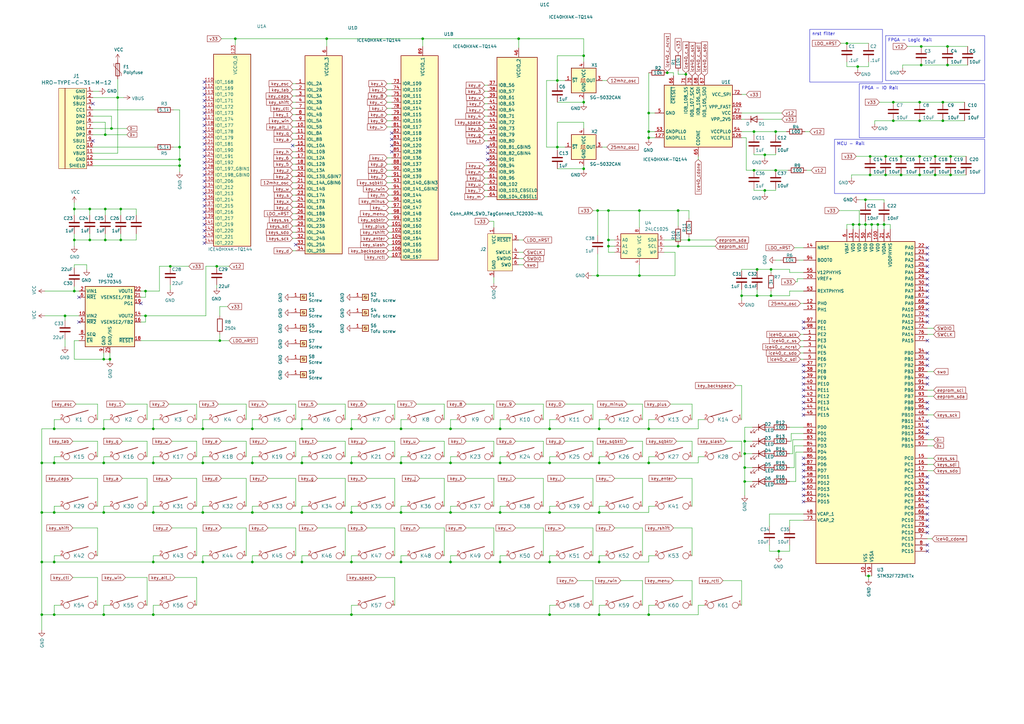
<source format=kicad_sch>
(kicad_sch (version 20230121) (generator eeschema)
  (paper "A3")
  (junction (at 62.865 210.185))
  (junction (at 377.19 71.755))
  (junction (at 43.18 98.425))
  (junction (at 42.545 189.865))
  (junction (at 22.225 175.895))
  (junction (at 239.395 22.86))
  (junction (at 377.825 19.05))
  (junction (at 310.515 121.285))
  (junction (at 310.515 110.49))
  (junction (at 356.235 236.22))
  (junction (at 262.255 86.36))
  (junction (at 357.505 92.075))
  (junction (at 239.395 69.215))
  (junction (at 363.22 71.755))
  (junction (at 205.105 230.505))
  (junction (at 316.23 110.49))
  (junction (at 249.555 98.425))
  (junction (at 377.825 26.67))
  (junction (at 164.465 230.505))
  (junction (at 144.145 189.865))
  (junction (at 249.555 100.965))
  (junction (at 22.225 230.505))
  (junction (at 144.145 175.895))
  (junction (at 83.185 189.865))
  (junction (at 369.57 71.755))
  (junction (at 83.185 175.895))
  (junction (at 123.825 189.865))
  (junction (at 266.065 56.515))
  (junction (at 83.185 210.185))
  (junction (at 309.245 69.85))
  (junction (at 262.255 113.03))
  (junction (at 347.345 17.78))
  (junction (at 388.62 26.67))
  (junction (at 225.425 189.865))
  (junction (at 96.52 15.875))
  (junction (at 266.065 175.895))
  (junction (at 225.425 230.505))
  (junction (at 354.965 92.075))
  (junction (at 17.145 189.865))
  (junction (at 363.22 64.135))
  (junction (at 49.53 98.425))
  (junction (at 212.725 15.875))
  (junction (at 383.54 71.755))
  (junction (at 282.575 98.425))
  (junction (at 26.67 129.54))
  (junction (at 245.11 113.03))
  (junction (at 377.19 64.135))
  (junction (at 43.18 85.725))
  (junction (at 30.48 119.38))
  (junction (at 45.72 52.705))
  (junction (at 164.465 189.865))
  (junction (at 17.145 252.095))
  (junction (at 30.48 85.725))
  (junction (at 103.505 230.505))
  (junction (at 22.225 252.095))
  (junction (at 281.305 30.48))
  (junction (at 62.865 189.865))
  (junction (at 164.465 210.185))
  (junction (at 123.825 230.505))
  (junction (at 386.715 49.53))
  (junction (at 386.715 41.91))
  (junction (at 389.89 71.755))
  (junction (at 356.87 71.755))
  (junction (at 173.355 15.875))
  (junction (at 313.69 78.105))
  (junction (at 366.395 41.91))
  (junction (at 164.465 175.895))
  (junction (at 305.435 197.485))
  (junction (at 389.89 64.135))
  (junction (at 377.19 49.53))
  (junction (at 245.745 175.895))
  (junction (at 42.545 210.185))
  (junction (at 362.585 92.075))
  (junction (at 245.11 86.36))
  (junction (at 17.145 210.185))
  (junction (at 388.62 19.05))
  (junction (at 383.54 64.135))
  (junction (at 123.825 175.895))
  (junction (at 73.66 60.325))
  (junction (at 245.745 189.865))
  (junction (at 266.065 46.355))
  (junction (at 349.885 92.075))
  (junction (at 103.505 210.185))
  (junction (at 17.145 230.505))
  (junction (at 36.83 85.725))
  (junction (at 90.17 139.7))
  (junction (at 304.165 121.285))
  (junction (at 245.745 230.505))
  (junction (at 30.48 98.425))
  (junction (at 366.395 49.53))
  (junction (at 205.105 210.185))
  (junction (at 59.69 129.54))
  (junction (at 318.135 69.85))
  (junction (at 273.685 29.845))
  (junction (at 266.065 189.865))
  (junction (at 313.69 63.5))
  (junction (at 22.225 210.185))
  (junction (at 316.23 121.285))
  (junction (at 48.26 40.005))
  (junction (at 88.9 109.22))
  (junction (at 225.425 175.895))
  (junction (at 184.785 189.865))
  (junction (at 62.865 230.505))
  (junction (at 73.66 67.945))
  (junction (at 42.545 175.895))
  (junction (at 356.87 64.135))
  (junction (at 69.85 109.22))
  (junction (at 228.6 33.02))
  (junction (at 225.425 252.095))
  (junction (at 184.785 210.185))
  (junction (at 352.425 92.075))
  (junction (at 45.085 147.32))
  (junction (at 62.865 252.095))
  (junction (at 225.425 210.185))
  (junction (at 305.435 180.975))
  (junction (at 319.405 226.06))
  (junction (at 62.865 175.895))
  (junction (at 133.985 15.875))
  (junction (at 103.505 175.895))
  (junction (at 144.145 210.185))
  (junction (at 73.66 65.405))
  (junction (at 42.545 147.32))
  (junction (at 249.555 86.36))
  (junction (at 36.83 98.425))
  (junction (at 228.6 60.325))
  (junction (at 22.225 189.865))
  (junction (at 184.785 175.895))
  (junction (at 278.13 86.36))
  (junction (at 278.13 100.965))
  (junction (at 266.065 252.095))
  (junction (at 49.53 85.725))
  (junction (at 239.395 41.91))
  (junction (at 59.69 119.38))
  (junction (at 305.435 186.055))
  (junction (at 144.145 230.505))
  (junction (at 245.745 252.095))
  (junction (at 83.185 230.505))
  (junction (at 377.19 41.91))
  (junction (at 245.745 210.185))
  (junction (at 123.825 210.185))
  (junction (at 309.245 53.975))
  (junction (at 205.105 175.895))
  (junction (at 305.435 191.77))
  (junction (at 266.065 53.975))
  (junction (at 103.505 189.865))
  (junction (at 42.545 252.095))
  (junction (at 351.79 27.305))
  (junction (at 369.57 64.135))
  (junction (at 184.785 230.505))
  (junction (at 144.145 252.095))
  (junction (at 354.965 81.915))
  (junction (at 360.045 92.075))
  (junction (at 43.18 55.245))
  (junction (at 318.135 53.975))
  (junction (at 205.105 189.865))
  (no_connect (at 380.365 223.52))
  (no_connect (at 329.565 149.86))
  (no_connect (at 380.365 195.58))
  (no_connect (at 329.565 195.58))
  (no_connect (at 329.565 200.66))
  (no_connect (at 83.82 92.075))
  (no_connect (at 200.025 62.865))
  (no_connect (at 38.1 42.545))
  (no_connect (at 83.82 71.755))
  (no_connect (at 200.025 60.325))
  (no_connect (at 32.385 132.08))
  (no_connect (at 329.565 134.62))
  (no_connect (at 329.565 165.1))
  (no_connect (at 380.365 226.06))
  (no_connect (at 329.565 193.04))
  (no_connect (at 380.365 200.66))
  (no_connect (at 380.365 172.72))
  (no_connect (at 160.655 54.61))
  (no_connect (at 160.655 62.23))
  (no_connect (at 380.365 203.2))
  (no_connect (at 380.365 218.44))
  (no_connect (at 83.82 43.815))
  (no_connect (at 380.365 116.84))
  (no_connect (at 380.365 177.8))
  (no_connect (at 83.82 84.455))
  (no_connect (at 83.82 48.895))
  (no_connect (at 83.82 79.375))
  (no_connect (at 83.82 36.195))
  (no_connect (at 329.565 152.4))
  (no_connect (at 380.365 132.08))
  (no_connect (at 380.365 139.7))
  (no_connect (at 380.365 154.94))
  (no_connect (at 121.285 100.33))
  (no_connect (at 32.385 121.92))
  (no_connect (at 83.82 41.275))
  (no_connect (at 380.365 101.6))
  (no_connect (at 380.365 213.36))
  (no_connect (at 83.82 38.735))
  (no_connect (at 380.365 215.9))
  (no_connect (at 83.82 61.595))
  (no_connect (at 160.655 57.15))
  (no_connect (at 329.565 198.12))
  (no_connect (at 380.365 109.22))
  (no_connect (at 380.365 144.78))
  (no_connect (at 380.365 111.76))
  (no_connect (at 83.82 56.515))
  (no_connect (at 83.82 51.435))
  (no_connect (at 200.025 65.405))
  (no_connect (at 160.655 59.69))
  (no_connect (at 83.82 76.835))
  (no_connect (at 380.365 175.26))
  (no_connect (at 83.82 74.295))
  (no_connect (at 380.365 210.82))
  (no_connect (at 329.565 205.74))
  (no_connect (at 380.365 114.3))
  (no_connect (at 380.365 198.12))
  (no_connect (at 83.82 81.915))
  (no_connect (at 83.82 33.655))
  (no_connect (at 329.565 132.08))
  (no_connect (at 329.565 162.56))
  (no_connect (at 380.365 129.54))
  (no_connect (at 329.565 154.94))
  (no_connect (at 83.82 46.355))
  (no_connect (at 120.015 59.69))
  (no_connect (at 83.82 89.535))
  (no_connect (at 329.565 170.18))
  (no_connect (at 329.565 167.64))
  (no_connect (at 38.1 57.785))
  (no_connect (at 57.785 124.46))
  (no_connect (at 83.82 66.675))
  (no_connect (at 83.82 69.215))
  (no_connect (at 380.365 104.14))
  (no_connect (at 329.565 160.02))
  (no_connect (at 380.365 119.38))
  (no_connect (at 380.365 205.74))
  (no_connect (at 380.365 167.64))
  (no_connect (at 83.82 53.975))
  (no_connect (at 380.365 165.1))
  (no_connect (at 83.82 86.995))
  (no_connect (at 380.365 127))
  (no_connect (at 83.82 94.615))
  (no_connect (at 380.365 124.46))
  (no_connect (at 83.82 64.135))
  (no_connect (at 83.82 97.155))
  (no_connect (at 329.565 203.2))
  (no_connect (at 380.365 157.48))
  (no_connect (at 380.365 147.32))
  (no_connect (at 83.82 59.055))
  (no_connect (at 380.365 106.68))
  (no_connect (at 329.565 187.96))
  (no_connect (at 380.365 208.28))
  (no_connect (at 329.565 190.5))
  (no_connect (at 380.365 121.92))
  (no_connect (at 83.82 99.695))
  (no_connect (at 380.365 149.86))
  (no_connect (at 329.565 157.48))
  (wire (pts (xy 370.205 26.67) (xy 377.825 26.67)))
  (wire (pts (xy 62.865 210.185) (xy 62.865 207.645)))
  (wire (pts (xy 304.165 48.895) (xy 305.435 48.895)))
  (wire (pts (xy 225.425 172.085) (xy 225.425 175.895)))
  (wire (pts (xy 324.485 180.975) (xy 324.485 177.8)))
  (wire (pts (xy 205.105 207.645) (xy 207.645 207.645)))
  (wire (pts (xy 170.815 165.735) (xy 182.245 165.735)))
  (wire (pts (xy 30.48 83.185) (xy 30.48 85.725)))
  (wire (pts (xy 372.11 19.05) (xy 377.825 19.05)))
  (wire (pts (xy 158.75 67.31) (xy 160.655 67.31)))
  (wire (pts (xy 356.235 236.22) (xy 356.235 237.49)))
  (wire (pts (xy 362.585 92.075) (xy 362.585 93.98)))
  (wire (pts (xy 268.605 46.355) (xy 266.065 46.355)))
  (wire (pts (xy 123.825 230.505) (xy 123.825 227.965)))
  (wire (pts (xy 283.845 180.975) (xy 283.845 187.325)))
  (wire (pts (xy 62.865 189.865) (xy 83.185 189.865)))
  (wire (pts (xy 55.88 85.725) (xy 55.88 88.265)))
  (wire (pts (xy 257.175 165.735) (xy 263.525 165.735)))
  (wire (pts (xy 225.425 189.865) (xy 225.425 187.325)))
  (wire (pts (xy 222.885 180.975) (xy 222.885 187.325)))
  (wire (pts (xy 318.135 106.68) (xy 320.04 106.68)))
  (wire (pts (xy 191.135 165.735) (xy 202.565 165.735)))
  (wire (pts (xy 344.17 86.36) (xy 352.425 86.36)))
  (wire (pts (xy 228.6 33.02) (xy 224.155 33.02)))
  (wire (pts (xy 304.165 121.285) (xy 304.165 123.19)))
  (wire (pts (xy 304.165 158.115) (xy 304.165 172.085)))
  (wire (pts (xy 103.505 210.185) (xy 103.505 207.645)))
  (wire (pts (xy 327.025 114.3) (xy 329.565 114.3)))
  (wire (pts (xy 205.105 210.185) (xy 205.105 207.645)))
  (wire (pts (xy 198.755 47.625) (xy 200.025 47.625)))
  (wire (pts (xy 120.015 74.93) (xy 121.285 74.93)))
  (wire (pts (xy 316.23 121.285) (xy 323.85 121.285)))
  (wire (pts (xy 266.065 187.325) (xy 268.605 187.325)))
  (wire (pts (xy 228.6 69.215) (xy 239.395 69.215)))
  (wire (pts (xy 172.085 216.535) (xy 182.245 216.535)))
  (wire (pts (xy 62.865 230.505) (xy 62.865 227.965)))
  (wire (pts (xy 245.11 113.03) (xy 262.255 113.03)))
  (wire (pts (xy 70.485 196.215) (xy 80.645 196.215)))
  (wire (pts (xy 231.775 180.975) (xy 243.205 180.975)))
  (wire (pts (xy 144.145 248.285) (xy 146.685 248.285)))
  (wire (pts (xy 318.135 53.975) (xy 322.58 53.975)))
  (wire (pts (xy 120.015 62.23) (xy 121.285 62.23)))
  (wire (pts (xy 231.775 60.325) (xy 228.6 60.325)))
  (wire (pts (xy 191.135 196.215) (xy 202.565 196.215)))
  (wire (pts (xy 42.545 248.285) (xy 42.545 252.095)))
  (wire (pts (xy 62.865 227.965) (xy 65.405 227.965)))
  (wire (pts (xy 38.1 47.625) (xy 45.72 47.625)))
  (wire (pts (xy 164.465 227.965) (xy 167.005 227.965)))
  (wire (pts (xy 29.845 180.975) (xy 40.005 180.975)))
  (wire (pts (xy 239.395 41.91) (xy 239.395 42.545)))
  (wire (pts (xy 305.435 186.055) (xy 308.61 186.055)))
  (wire (pts (xy 305.435 175.26) (xy 305.435 180.975)))
  (wire (pts (xy 356.87 71.755) (xy 363.22 71.755)))
  (wire (pts (xy 304.165 56.515) (xy 306.07 56.515)))
  (wire (pts (xy 144.145 248.285) (xy 144.145 252.095)))
  (wire (pts (xy 158.75 52.07) (xy 160.655 52.07)))
  (wire (pts (xy 354.965 236.22) (xy 356.235 236.22)))
  (wire (pts (xy 263.525 216.535) (xy 263.525 227.965)))
  (wire (pts (xy 164.465 175.895) (xy 184.785 175.895)))
  (wire (pts (xy 43.18 88.265) (xy 43.18 85.725)))
  (wire (pts (xy 90.805 196.215) (xy 100.965 196.215)))
  (wire (pts (xy 205.105 172.085) (xy 205.105 175.895)))
  (wire (pts (xy 202.565 113.665) (xy 202.565 116.205)))
  (wire (pts (xy 40.005 236.855) (xy 40.005 248.285)))
  (wire (pts (xy 325.755 182.88) (xy 325.755 191.77)))
  (wire (pts (xy 144.145 189.865) (xy 164.465 189.865)))
  (wire (pts (xy 377.19 64.135) (xy 383.54 64.135)))
  (wire (pts (xy 103.505 230.505) (xy 123.825 230.505)))
  (wire (pts (xy 90.17 139.7) (xy 93.98 139.7)))
  (wire (pts (xy 30.48 85.725) (xy 30.48 88.265)))
  (wire (pts (xy 57.785 121.92) (xy 59.69 121.92)))
  (wire (pts (xy 313.69 63.5) (xy 313.69 64.77)))
  (wire (pts (xy 40.005 216.535) (xy 40.005 227.965)))
  (wire (pts (xy 211.455 196.215) (xy 222.885 196.215)))
  (wire (pts (xy 159.385 87.63) (xy 160.655 87.63)))
  (wire (pts (xy 281.305 30.48) (xy 278.13 30.48)))
  (wire (pts (xy 276.86 113.03) (xy 262.255 113.03)))
  (wire (pts (xy 263.525 180.975) (xy 263.525 187.325)))
  (wire (pts (xy 278.13 86.36) (xy 262.255 86.36)))
  (wire (pts (xy 205.105 172.085) (xy 207.645 172.085)))
  (wire (pts (xy 172.085 196.215) (xy 182.245 196.215)))
  (wire (pts (xy 30.48 117.475) (xy 30.48 119.38)))
  (wire (pts (xy 388.62 19.05) (xy 396.875 19.05)))
  (wire (pts (xy 239.395 50.165) (xy 239.395 52.705)))
  (wire (pts (xy 103.505 210.185) (xy 123.825 210.185)))
  (wire (pts (xy 184.785 230.505) (xy 205.105 230.505)))
  (wire (pts (xy 349.25 73.025) (xy 349.25 71.755)))
  (wire (pts (xy 191.135 180.975) (xy 202.565 180.975)))
  (wire (pts (xy 309.245 63.5) (xy 313.69 63.5)))
  (wire (pts (xy 286.385 248.285) (xy 288.925 248.285)))
  (wire (pts (xy 386.715 49.53) (xy 395.605 49.53)))
  (wire (pts (xy 164.465 210.185) (xy 184.785 210.185)))
  (wire (pts (xy 38.1 60.325) (xy 63.5 60.325)))
  (wire (pts (xy 22.225 172.085) (xy 22.225 175.895)))
  (wire (pts (xy 283.845 172.085) (xy 283.845 165.735)))
  (wire (pts (xy 123.825 187.325) (xy 126.365 187.325)))
  (wire (pts (xy 103.505 189.865) (xy 123.825 189.865)))
  (wire (pts (xy 304.165 46.355) (xy 320.675 46.355)))
  (wire (pts (xy 62.865 248.285) (xy 65.405 248.285)))
  (wire (pts (xy 198.755 45.085) (xy 200.025 45.085)))
  (wire (pts (xy 388.62 26.67) (xy 396.875 26.67)))
  (wire (pts (xy 57.785 129.54) (xy 59.69 129.54)))
  (wire (pts (xy 198.755 73.025) (xy 200.025 73.025)))
  (wire (pts (xy 377.19 41.91) (xy 386.715 41.91)))
  (wire (pts (xy 62.865 187.325) (xy 65.405 187.325)))
  (wire (pts (xy 249.555 86.36) (xy 249.555 98.425)))
  (wire (pts (xy 49.53 98.425) (xy 49.53 95.885)))
  (wire (pts (xy 386.715 48.895) (xy 386.715 49.53)))
  (wire (pts (xy 38.1 67.945) (xy 73.66 67.945)))
  (wire (pts (xy 278.13 30.48) (xy 278.13 29.21)))
  (wire (pts (xy 202.565 216.535) (xy 202.565 227.965)))
  (wire (pts (xy 212.725 108.585) (xy 214.63 108.585)))
  (wire (pts (xy 123.825 227.965) (xy 126.365 227.965)))
  (wire (pts (xy 30.48 98.425) (xy 36.83 98.425)))
  (wire (pts (xy 159.385 80.01) (xy 160.655 80.01)))
  (wire (pts (xy 120.015 90.17) (xy 121.285 90.17)))
  (wire (pts (xy 323.85 110.49) (xy 323.85 111.76)))
  (wire (pts (xy 257.175 180.975) (xy 263.525 180.975)))
  (wire (pts (xy 172.085 180.975) (xy 182.245 180.975)))
  (wire (pts (xy 69.215 165.735) (xy 80.645 165.735)))
  (wire (pts (xy 380.365 193.04) (xy 382.905 193.04)))
  (wire (pts (xy 266.065 227.965) (xy 268.605 227.965)))
  (wire (pts (xy 182.245 216.535) (xy 182.245 227.965)))
  (wire (pts (xy 26.67 129.54) (xy 26.67 131.445)))
  (wire (pts (xy 278.13 100.33) (xy 278.13 100.965)))
  (wire (pts (xy 310.515 121.285) (xy 316.23 121.285)))
  (wire (pts (xy 304.165 38.735) (xy 306.07 38.735)))
  (wire (pts (xy 120.015 82.55) (xy 121.285 82.55)))
  (wire (pts (xy 326.39 115.57) (xy 327.025 115.57)))
  (wire (pts (xy 310.515 118.745) (xy 310.515 121.285)))
  (wire (pts (xy 352.425 92.075) (xy 349.885 92.075)))
  (wire (pts (xy 362.585 92.075) (xy 365.125 92.075)))
  (wire (pts (xy 383.54 64.135) (xy 389.89 64.135)))
  (wire (pts (xy 360.045 92.075) (xy 362.585 92.075)))
  (wire (pts (xy 212.725 15.875) (xy 239.395 15.875)))
  (wire (pts (xy 266.065 172.085) (xy 268.605 172.085)))
  (wire (pts (xy 90.17 137.16) (xy 90.17 139.7)))
  (wire (pts (xy 22.225 230.505) (xy 22.225 227.965)))
  (wire (pts (xy 328.295 139.7) (xy 329.565 139.7)))
  (wire (pts (xy 309.245 53.975) (xy 309.245 55.245)))
  (wire (pts (xy 123.825 230.505) (xy 144.145 230.505)))
  (wire (pts (xy 225.425 210.185) (xy 245.745 210.185)))
  (wire (pts (xy 278.13 100.965) (xy 293.37 100.965)))
  (wire (pts (xy 228.6 33.02) (xy 228.6 34.29)))
  (wire (pts (xy 83.185 187.325) (xy 85.725 187.325)))
  (wire (pts (xy 377.19 71.755) (xy 383.54 71.755)))
  (wire (pts (xy 30.48 95.885) (xy 30.48 98.425)))
  (wire (pts (xy 239.395 40.64) (xy 239.395 41.91)))
  (wire (pts (xy 326.39 197.485) (xy 326.39 185.42)))
  (wire (pts (xy 245.745 189.865) (xy 266.065 189.865)))
  (wire (pts (xy 304.165 180.975) (xy 304.165 187.325)))
  (wire (pts (xy 222.885 165.735) (xy 222.885 172.085)))
  (wire (pts (xy 327.025 115.57) (xy 327.025 114.3)))
  (wire (pts (xy 42.545 207.645) (xy 45.085 207.645)))
  (wire (pts (xy 22.225 207.645) (xy 24.765 207.645)))
  (wire (pts (xy 254.635 238.125) (xy 263.525 238.125)))
  (wire (pts (xy 249.555 103.505) (xy 249.555 100.965)))
  (wire (pts (xy 141.605 196.215) (xy 141.605 207.645)))
  (wire (pts (xy 276.225 238.125) (xy 283.845 238.125)))
  (wire (pts (xy 26.67 139.065) (xy 26.67 142.24)))
  (wire (pts (xy 164.465 172.085) (xy 164.465 175.895)))
  (wire (pts (xy 323.85 215.9) (xy 323.85 213.36)))
  (wire (pts (xy 313.69 78.105) (xy 318.135 78.105)))
  (wire (pts (xy 59.69 119.38) (xy 57.785 119.38)))
  (wire (pts (xy 309.245 77.47) (xy 309.245 78.105)))
  (wire (pts (xy 316.23 110.49) (xy 323.85 110.49)))
  (wire (pts (xy 164.465 207.645) (xy 167.005 207.645)))
  (wire (pts (xy 305.435 191.77) (xy 305.435 197.485)))
  (wire (pts (xy 123.825 189.865) (xy 123.825 187.325)))
  (wire (pts (xy 83.185 189.865) (xy 83.185 187.325)))
  (wire (pts (xy 133.985 15.875) (xy 133.985 19.05)))
  (wire (pts (xy 326.39 185.42) (xy 329.565 185.42)))
  (wire (pts (xy 325.755 191.77) (xy 323.85 191.77)))
  (wire (pts (xy 236.855 238.125) (xy 243.205 238.125)))
  (wire (pts (xy 36.83 98.425) (xy 36.83 95.885)))
  (wire (pts (xy 90.805 15.875) (xy 96.52 15.875)))
  (wire (pts (xy 266.065 252.095) (xy 286.385 252.095)))
  (wire (pts (xy 120.015 95.25) (xy 121.285 95.25)))
  (wire (pts (xy 164.465 210.185) (xy 164.465 207.645)))
  (wire (pts (xy 315.595 226.06) (xy 319.405 226.06)))
  (wire (pts (xy 51.435 236.855) (xy 60.325 236.855)))
  (wire (pts (xy 62.865 172.085) (xy 65.405 172.085)))
  (wire (pts (xy 123.825 189.865) (xy 144.145 189.865)))
  (wire (pts (xy 228.6 50.165) (xy 239.395 50.165)))
  (wire (pts (xy 380.365 134.62) (xy 382.905 134.62)))
  (wire (pts (xy 62.865 230.505) (xy 83.185 230.505)))
  (wire (pts (xy 31.115 165.735) (xy 40.005 165.735)))
  (wire (pts (xy 173.355 15.875) (xy 212.725 15.875)))
  (wire (pts (xy 164.465 189.865) (xy 184.785 189.865)))
  (wire (pts (xy 245.745 230.505) (xy 266.065 230.505)))
  (wire (pts (xy 225.425 227.965) (xy 227.965 227.965)))
  (wire (pts (xy 205.105 230.505) (xy 205.105 227.965)))
  (wire (pts (xy 380.365 220.98) (xy 382.27 220.98)))
  (wire (pts (xy 48.26 40.005) (xy 48.26 62.865)))
  (wire (pts (xy 120.015 54.61) (xy 121.285 54.61)))
  (wire (pts (xy 305.435 186.055) (xy 305.435 191.77)))
  (wire (pts (xy 59.69 121.92) (xy 59.69 119.38)))
  (wire (pts (xy 266.065 189.865) (xy 266.065 187.325)))
  (wire (pts (xy 144.145 172.085) (xy 146.685 172.085)))
  (wire (pts (xy 306.07 56.515) (xy 306.07 69.85)))
  (wire (pts (xy 266.065 46.355) (xy 266.065 53.975)))
  (wire (pts (xy 150.495 165.735) (xy 161.925 165.735)))
  (wire (pts (xy 123.825 172.085) (xy 123.825 175.895)))
  (wire (pts (xy 40.005 165.735) (xy 40.005 172.085)))
  (wire (pts (xy 184.785 230.505) (xy 184.785 227.965)))
  (wire (pts (xy 182.245 180.975) (xy 182.245 187.325)))
  (wire (pts (xy 360.045 92.075) (xy 357.505 92.075)))
  (wire (pts (xy 282.575 86.36) (xy 278.13 86.36)))
  (wire (pts (xy 158.75 41.91) (xy 160.655 41.91)))
  (wire (pts (xy 17.145 230.505) (xy 22.225 230.505)))
  (wire (pts (xy 17.145 175.895) (xy 17.145 189.865)))
  (wire (pts (xy 198.755 75.565) (xy 200.025 75.565)))
  (wire (pts (xy 202.565 165.735) (xy 202.565 172.085)))
  (wire (pts (xy 283.845 216.535) (xy 276.225 216.535)))
  (wire (pts (xy 363.22 71.755) (xy 369.57 71.755)))
  (wire (pts (xy 141.605 165.735) (xy 141.605 172.085)))
  (wire (pts (xy 349.25 71.755) (xy 356.87 71.755)))
  (wire (pts (xy 231.775 33.02) (xy 228.6 33.02)))
  (wire (pts (xy 205.105 189.865) (xy 205.105 187.325)))
  (wire (pts (xy 36.83 88.265) (xy 36.83 85.725)))
  (wire (pts (xy 266.065 29.845) (xy 266.065 46.355)))
  (wire (pts (xy 200.66 90.805) (xy 202.565 90.805)))
  (wire (pts (xy 22.225 189.865) (xy 42.545 189.865)))
  (wire (pts (xy 382.905 182.88) (xy 380.365 182.88)))
  (wire (pts (xy 43.18 85.725) (xy 49.53 85.725)))
  (wire (pts (xy 89.535 165.735) (xy 100.965 165.735)))
  (wire (pts (xy 51.435 165.735) (xy 60.325 165.735)))
  (wire (pts (xy 133.985 15.875) (xy 173.355 15.875)))
  (wire (pts (xy 120.015 44.45) (xy 121.285 44.45)))
  (wire (pts (xy 245.11 104.14) (xy 245.11 113.03)))
  (wire (pts (xy 45.72 52.705) (xy 52.07 52.705)))
  (wire (pts (xy 245.745 248.285) (xy 245.745 252.095)))
  (wire (pts (xy 49.53 88.265) (xy 49.53 85.725)))
  (wire (pts (xy 60.325 165.735) (xy 60.325 172.085)))
  (wire (pts (xy 144.145 230.505) (xy 164.465 230.505)))
  (wire (pts (xy 212.725 103.505) (xy 214.63 103.505)))
  (wire (pts (xy 184.785 175.895) (xy 205.105 175.895)))
  (wire (pts (xy 273.685 29.21) (xy 273.685 29.845)))
  (wire (pts (xy 266.065 56.515) (xy 268.605 56.515)))
  (wire (pts (xy 103.505 172.085) (xy 106.045 172.085)))
  (wire (pts (xy 297.815 180.975) (xy 304.165 180.975)))
  (wire (pts (xy 109.855 216.535) (xy 121.285 216.535)))
  (wire (pts (xy 83.185 227.965) (xy 85.725 227.965)))
  (wire (pts (xy 266.065 230.505) (xy 266.065 227.965)))
  (wire (pts (xy 225.425 172.085) (xy 227.965 172.085)))
  (wire (pts (xy 239.395 67.945) (xy 239.395 69.215)))
  (wire (pts (xy 323.85 186.055) (xy 325.12 186.055)))
  (wire (pts (xy 310.515 121.285) (xy 304.165 121.285)))
  (wire (pts (xy 120.015 64.77) (xy 121.285 64.77)))
  (wire (pts (xy 144.145 252.095) (xy 225.425 252.095)))
  (wire (pts (xy 42.545 147.32) (xy 45.085 147.32)))
  (wire (pts (xy 282.575 97.155) (xy 282.575 98.425)))
  (wire (pts (xy 366.395 41.91) (xy 377.19 41.91)))
  (wire (pts (xy 356.235 27.305) (xy 356.235 25.4)))
  (wire (pts (xy 304.165 121.285) (xy 304.165 118.745)))
  (wire (pts (xy 100.965 165.735) (xy 100.965 172.085)))
  (wire (pts (xy 22.225 248.285) (xy 24.765 248.285)))
  (wire (pts (xy 17.145 252.095) (xy 22.225 252.095)))
  (wire (pts (xy 286.385 172.085) (xy 286.385 175.895)))
  (wire (pts (xy 42.545 187.325) (xy 45.085 187.325)))
  (wire (pts (xy 30.48 147.32) (xy 42.545 147.32)))
  (wire (pts (xy 304.165 238.125) (xy 304.165 248.285)))
  (wire (pts (xy 158.75 34.29) (xy 160.655 34.29)))
  (wire (pts (xy 150.495 216.535) (xy 161.925 216.535)))
  (wire (pts (xy 224.155 60.325) (xy 228.6 60.325)))
  (wire (pts (xy 263.525 238.125) (xy 263.525 248.285)))
  (wire (pts (xy 318.135 63.5) (xy 318.135 62.865)))
  (wire (pts (xy 245.745 248.285) (xy 248.285 248.285)))
  (wire (pts (xy 225.425 207.645) (xy 227.965 207.645)))
  (wire (pts (xy 22.225 187.325) (xy 24.765 187.325)))
  (wire (pts (xy 159.385 102.87) (xy 160.655 102.87)))
  (wire (pts (xy 84.455 109.22) (xy 84.455 129.54)))
  (wire (pts (xy 247.015 33.02) (xy 248.92 33.02)))
  (wire (pts (xy 377.825 19.05) (xy 388.62 19.05)))
  (wire (pts (xy 109.855 165.735) (xy 121.285 165.735)))
  (wire (pts (xy 73.66 65.405) (xy 73.66 67.945)))
  (wire (pts (xy 239.395 69.215) (xy 239.395 69.85)))
  (wire (pts (xy 358.775 50.8) (xy 358.775 49.53)))
  (wire (pts (xy 242.57 113.03) (xy 245.11 113.03)))
  (wire (pts (xy 198.755 70.485) (xy 200.025 70.485)))
  (wire (pts (xy 354.965 92.075) (xy 352.425 92.075)))
  (wire (pts (xy 323.85 121.285) (xy 323.85 119.38)))
  (wire (pts (xy 120.015 41.91) (xy 121.285 41.91)))
  (wire (pts (xy 120.015 52.07) (xy 121.285 52.07)))
  (wire (pts (xy 154.305 236.855) (xy 161.925 236.855)))
  (wire (pts (xy 103.505 187.325) (xy 106.045 187.325)))
  (wire (pts (xy 323.85 197.485) (xy 326.39 197.485)))
  (wire (pts (xy 205.105 189.865) (xy 225.425 189.865)))
  (wire (pts (xy 319.405 226.06) (xy 323.85 226.06)))
  (wire (pts (xy 73.66 45.085) (xy 73.66 60.325)))
  (wire (pts (xy 309.245 62.865) (xy 309.245 63.5)))
  (wire (pts (xy 225.425 248.285) (xy 227.965 248.285)))
  (wire (pts (xy 198.755 57.785) (xy 200.025 57.785)))
  (wire (pts (xy 198.755 37.465) (xy 200.025 37.465)))
  (wire (pts (xy 389.89 64.135) (xy 396.24 64.135)))
  (wire (pts (xy 120.015 97.79) (xy 121.285 97.79)))
  (wire (pts (xy 26.67 129.54) (xy 32.385 129.54)))
  (wire (pts (xy 184.785 227.965) (xy 187.325 227.965)))
  (wire (pts (xy 45.72 47.625) (xy 45.72 52.705)))
  (wire (pts (xy 158.75 36.83) (xy 160.655 36.83)))
  (wire (pts (xy 282.575 89.535) (xy 282.575 86.36)))
  (wire (pts (xy 150.495 180.975) (xy 161.925 180.975)))
  (wire (pts (xy 22.225 248.285) (xy 22.225 252.095)))
  (wire (pts (xy 144.145 207.645) (xy 146.685 207.645)))
  (wire (pts (xy 45.085 144.78) (xy 45.085 147.32)))
  (wire (pts (xy 222.885 196.215) (xy 222.885 207.645)))
  (wire (pts (xy 328.295 147.32) (xy 329.565 147.32)))
  (wire (pts (xy 239.395 22.86) (xy 239.395 25.4)))
  (wire (pts (xy 84.455 109.22) (xy 88.9 109.22)))
  (wire (pts (xy 17.145 189.865) (xy 22.225 189.865)))
  (wire (pts (xy 245.745 187.325) (xy 248.285 187.325)))
  (wire (pts (xy 356.87 64.135) (xy 363.22 64.135)))
  (wire (pts (xy 120.015 46.99) (xy 121.285 46.99)))
  (wire (pts (xy 276.225 29.845) (xy 276.225 31.115)))
  (wire (pts (xy 283.845 227.965) (xy 283.845 216.535)))
  (wire (pts (xy 100.965 180.975) (xy 100.965 187.325)))
  (wire (pts (xy 48.26 40.005) (xy 48.26 32.385)))
  (wire (pts (xy 319.405 226.06) (xy 319.405 227.965)))
  (wire (pts (xy 211.455 216.535) (xy 222.885 216.535)))
  (wire (pts (xy 228.6 60.325) (xy 228.6 50.165)))
  (wire (pts (xy 130.175 216.535) (xy 141.605 216.535)))
  (wire (pts (xy 354.965 81.915) (xy 362.585 81.915)))
  (wire (pts (xy 80.645 236.855) (xy 80.645 248.285)))
  (wire (pts (xy 144.145 189.865) (xy 144.145 187.325)))
  (wire (pts (xy 43.18 55.245) (xy 52.07 55.245)))
  (wire (pts (xy 62.865 248.285) (xy 62.865 252.095)))
  (wire (pts (xy 103.505 189.865) (xy 103.505 187.325)))
  (wire (pts (xy 40.005 180.975) (xy 40.005 187.325)))
  (wire (pts (xy 130.175 165.735) (xy 141.605 165.735)))
  (wire (pts (xy 42.545 189.865) (xy 42.545 187.325)))
  (wire (pts (xy 90.805 180.975) (xy 100.965 180.975)))
  (wire (pts (xy 330.2 53.975) (xy 332.105 53.975)))
  (wire (pts (xy 225.425 187.325) (xy 227.965 187.325)))
  (wire (pts (xy 90.805 216.535) (xy 100.965 216.535)))
  (wire (pts (xy 225.425 252.095) (xy 245.745 252.095)))
  (wire (pts (xy 286.385 189.865) (xy 286.385 187.325)))
  (wire (pts (xy 198.755 78.105) (xy 200.025 78.105)))
  (wire (pts (xy 96.52 15.875) (xy 133.985 15.875)))
  (wire (pts (xy 202.565 196.215) (xy 202.565 207.645)))
  (wire (pts (xy 83.185 210.185) (xy 103.505 210.185)))
  (wire (pts (xy 80.645 216.535) (xy 80.645 227.965)))
  (wire (pts (xy 308.61 175.26) (xy 305.435 175.26)))
  (wire (pts (xy 30.48 147.32) (xy 30.48 139.7)))
  (wire (pts (xy 120.015 80.01) (xy 121.285 80.01)))
  (wire (pts (xy 100.965 196.215) (xy 100.965 207.645)))
  (wire (pts (xy 73.66 67.945) (xy 73.66 70.485)))
  (wire (pts (xy 344.805 17.78) (xy 347.345 17.78)))
  (wire (pts (xy 38.1 65.405) (xy 73.66 65.405)))
  (wire (pts (xy 42.545 189.865) (xy 62.865 189.865)))
  (wire (pts (xy 380.365 160.02) (xy 382.905 160.02)))
  (wire (pts (xy 88.9 116.84) (xy 88.9 118.11)))
  (wire (pts (xy 212.725 15.875) (xy 212.725 19.685)))
  (wire (pts (xy 17.145 230.505) (xy 17.145 252.095)))
  (wire (pts (xy 144.145 175.895) (xy 164.465 175.895)))
  (wire (pts (xy 158.75 69.85) (xy 160.655 69.85)))
  (wire (pts (xy 71.755 236.855) (xy 80.645 236.855)))
  (wire (pts (xy 93.345 125.73) (xy 90.17 125.73)))
  (wire (pts (xy 304.165 110.49) (xy 310.515 110.49)))
  (wire (pts (xy 50.165 180.975) (xy 60.325 180.975)))
  (wire (pts (xy 305.435 197.485) (xy 305.435 203.2)))
  (wire (pts (xy 382.905 180.34) (xy 380.365 180.34)))
  (wire (pts (xy 40.005 196.215) (xy 40.005 207.645)))
  (wire (pts (xy 318.135 53.975) (xy 318.135 55.245)))
  (wire (pts (xy 281.305 30.48) (xy 281.305 31.115)))
  (wire (pts (xy 109.855 180.975) (xy 121.285 180.975)))
  (wire (pts (xy 42.545 248.285) (xy 45.085 248.285)))
  (wire (pts (xy 386.715 49.53) (xy 377.19 49.53)))
  (wire (pts (xy 211.455 165.735) (xy 222.885 165.735)))
  (wire (pts (xy 65.405 109.22) (xy 69.85 109.22)))
  (wire (pts (xy 370.205 27.94) (xy 370.205 26.67)))
  (wire (pts (xy 120.015 87.63) (xy 121.285 87.63)))
  (wire (pts (xy 120.015 59.69) (xy 121.285 59.69)))
  (wire (pts (xy 144.145 227.965) (xy 146.685 227.965)))
  (wire (pts (xy 109.855 196.215) (xy 121.285 196.215)))
  (wire (pts (xy 205.105 187.325) (xy 207.645 187.325)))
  (wire (pts (xy 60.325 196.215) (xy 60.325 207.645)))
  (wire (pts (xy 205.105 210.185) (xy 225.425 210.185)))
  (wire (pts (xy 222.885 216.535) (xy 222.885 227.965)))
  (wire (pts (xy 123.825 210.185) (xy 123.825 207.645)))
  (wire (pts (xy 266.065 172.085) (xy 266.065 175.895)))
  (wire (pts (xy 266.065 56.515) (xy 266.065 53.975)))
  (wire (pts (xy 286.385 187.325) (xy 288.925 187.325)))
  (wire (pts (xy 383.54 71.755) (xy 389.89 71.755)))
  (wire (pts (xy 205.105 175.895) (xy 225.425 175.895)))
  (wire (pts (xy 249.555 98.425) (xy 249.555 100.965)))
  (wire (pts (xy 17.145 252.095) (xy 17.145 258.445)))
  (wire (pts (xy 57.785 139.7) (xy 90.17 139.7)))
  (wire (pts (xy 245.11 86.36) (xy 245.11 96.52)))
  (wire (pts (xy 266.065 175.895) (xy 286.385 175.895)))
  (wire (pts (xy 354.965 92.075) (xy 354.965 93.98)))
  (wire (pts (xy 60.325 236.855) (xy 60.325 248.285)))
  (wire (pts (xy 198.755 40.005) (xy 200.025 40.005)))
  (wire (pts (xy 42.545 210.185) (xy 42.545 207.645)))
  (wire (pts (xy 328.295 137.16) (xy 329.565 137.16)))
  (wire (pts (xy 272.415 103.505) (xy 276.86 103.505)))
  (wire (pts (xy 305.435 197.485) (xy 308.61 197.485)))
  (wire (pts (xy 313.69 63.5) (xy 318.135 63.5)))
  (wire (pts (xy 245.745 252.095) (xy 266.065 252.095)))
  (wire (pts (xy 309.245 78.105) (xy 313.69 78.105)))
  (wire (pts (xy 225.425 230.505) (xy 245.745 230.505)))
  (wire (pts (xy 360.045 93.98) (xy 360.045 92.075)))
  (wire (pts (xy 301.625 158.115) (xy 304.165 158.115)))
  (wire (pts (xy 62.865 175.895) (xy 83.185 175.895)))
  (wire (pts (xy 22.225 227.965) (xy 24.765 227.965)))
  (wire (pts (xy 83.185 230.505) (xy 103.505 230.505)))
  (wire (pts (xy 245.745 172.085) (xy 248.285 172.085)))
  (wire (pts (xy 263.525 165.735) (xy 263.525 172.085)))
  (wire (pts (xy 83.185 175.895) (xy 103.505 175.895)))
  (wire (pts (xy 96.52 18.415) (xy 96.52 15.875)))
  (wire (pts (xy 141.605 216.535) (xy 141.605 227.965)))
  (wire (pts (xy 380.365 152.4) (xy 382.905 152.4)))
  (wire (pts (xy 144.145 172.085) (xy 144.145 175.895)))
  (wire (pts (xy 323.85 213.36) (xy 329.565 213.36)))
  (wire (pts (xy 144.145 210.185) (xy 164.465 210.185)))
  (wire (pts (xy 357.505 92.075) (xy 354.965 92.075)))
  (wire (pts (xy 363.22 64.135) (xy 369.57 64.135)))
  (wire (pts (xy 164.465 189.865) (xy 164.465 187.325)))
  (wire (pts (xy 69.85 109.22) (xy 77.47 109.22)))
  (wire (pts (xy 316.23 119.38) (xy 316.23 121.285)))
  (wire (pts (xy 158.75 49.53) (xy 160.655 49.53)))
  (wire (pts (xy 30.48 108.585) (xy 30.48 109.855)))
  (wire (pts (xy 330.835 69.85) (xy 332.74 69.85)))
  (wire (pts (xy 22.225 175.895) (xy 42.545 175.895)))
  (wire (pts (xy 150.495 196.215) (xy 161.925 196.215)))
  (wire (pts (xy 36.83 98.425) (xy 43.18 98.425)))
  (wire (pts (xy 83.185 172.085) (xy 85.725 172.085)))
  (wire (pts (xy 161.925 180.975) (xy 161.925 187.325)))
  (wire (pts (xy 120.015 34.29) (xy 121.285 34.29)))
  (wire (pts (xy 161.925 216.535) (xy 161.925 227.965)))
  (wire (pts (xy 120.015 69.85) (xy 121.285 69.85)))
  (wire (pts (xy 17.145 210.185) (xy 17.145 230.505)))
  (wire (pts (xy 310.515 110.49) (xy 310.515 111.125)))
  (wire (pts (xy 121.285 216.535) (xy 121.285 227.965)))
  (wire (pts (xy 252.095 103.505) (xy 249.555 103.505)))
  (wire (pts (xy 83.185 230.505) (xy 83.185 227.965)))
  (wire (pts (xy 198.755 80.645) (xy 200.025 80.645)))
  (wire (pts (xy 38.1 45.085) (xy 63.5 45.085)))
  (wire (pts (xy 266.065 207.645) (xy 268.605 207.645)))
  (wire (pts (xy 281.305 29.845) (xy 281.305 30.48)))
  (wire (pts (xy 198.755 55.245) (xy 200.025 55.245)))
  (wire (pts (xy 29.845 216.535) (xy 40.005 216.535)))
  (wire (pts (xy 328.295 142.24) (xy 329.565 142.24)))
  (wire (pts (xy 184.785 210.185) (xy 205.105 210.185)))
  (wire (pts (xy 205.105 230.505) (xy 225.425 230.505)))
  (wire (pts (xy 380.365 170.18) (xy 382.905 170.18)))
  (wire (pts (xy 62.865 210.185) (xy 83.185 210.185)))
  (wire (pts (xy 42.545 144.78) (xy 42.545 147.32)))
  (wire (pts (xy 272.415 100.965) (xy 278.13 100.965)))
  (wire (pts (xy 304.165 53.975) (xy 309.245 53.975)))
  (wire (pts (xy 184.785 189.865) (xy 184.785 187.325)))
  (wire (pts (xy 328.295 124.46) (xy 329.565 124.46)))
  (wire (pts (xy 323.85 119.38) (xy 329.565 119.38)))
  (wire (pts (xy 22.225 189.865) (xy 22.225 187.325)))
  (wire (pts (xy 212.725 98.425) (xy 214.63 98.425)))
  (wire (pts (xy 245.745 172.085) (xy 245.745 175.895)))
  (wire (pts (xy 228.6 60.325) (xy 228.6 61.595)))
  (wire (pts (xy 83.185 210.185) (xy 83.185 207.645)))
  (wire (pts (xy 225.425 189.865) (xy 245.745 189.865)))
  (wire (pts (xy 247.015 60.325) (xy 248.92 60.325)))
  (wire (pts (xy 130.175 196.215) (xy 141.605 196.215)))
  (wire (pts (xy 29.845 236.855) (xy 40.005 236.855)))
  (wire (pts (xy 225.425 210.185) (xy 225.425 207.645)))
  (wire (pts (xy 17.145 210.185) (xy 22.225 210.185)))
  (wire (pts (xy 252.095 98.425) (xy 249.555 98.425)))
  (wire (pts (xy 245.745 210.185) (xy 245.745 207.645)))
  (wire (pts (xy 184.785 210.185) (xy 184.785 207.645)))
  (wire (pts (xy 282.575 98.425) (xy 293.37 98.425)))
  (wire (pts (xy 318.135 78.105) (xy 318.135 77.47)))
  (wire (pts (xy 123.825 175.895) (xy 144.145 175.895)))
  (wire (pts (xy 198.755 67.945) (xy 200.025 67.945)))
  (wire (pts (xy 144.145 187.325) (xy 146.685 187.325)))
  (wire (pts (xy 30.48 98.425) (xy 30.48 100.965)))
  (wire (pts (xy 225.425 230.505) (xy 225.425 227.965)))
  (wire (pts (xy 266.065 57.15) (xy 266.065 56.515)))
  (wire (pts (xy 45.085 147.32) (xy 45.085 147.955)))
  (wire (pts (xy 38.1 40.005) (xy 48.26 40.005)))
  (wire (pts (xy 245.745 189.865) (xy 245.745 187.325)))
  (wire (pts (xy 120.015 77.47) (xy 121.285 77.47)))
  (wire (pts (xy 329.565 210.82) (xy 315.595 210.82)))
  (wire (pts (xy 380.365 162.56) (xy 382.905 162.56)))
  (wire (pts (xy 22.225 172.085) (xy 24.765 172.085)))
  (wire (pts (xy 59.69 129.54) (xy 59.69 132.08)))
  (wire (pts (xy 316.23 110.49) (xy 310.515 110.49)))
  (wire (pts (xy 225.425 175.895) (xy 245.745 175.895)))
  (wire (pts (xy 369.57 64.135) (xy 377.19 64.135)))
  (wire (pts (xy 252.095 196.215) (xy 263.525 196.215)))
  (wire (pts (xy 35.56 108.585) (xy 35.56 110.49)))
  (wire (pts (xy 356.235 236.22) (xy 357.505 236.22)))
  (wire (pts (xy 366.395 49.53) (xy 377.19 49.53)))
  (wire (pts (xy 38.1 37.465) (xy 40.64 37.465)))
  (wire (pts (xy 159.385 82.55) (xy 160.655 82.55)))
  (wire (pts (xy 380.365 190.5) (xy 382.905 190.5)))
  (wire (pts (xy 245.745 210.185) (xy 266.065 210.185)))
  (wire (pts (xy 62.865 189.865) (xy 62.865 187.325)))
  (wire (pts (xy 30.48 139.7) (xy 32.385 139.7)))
  (wire (pts (xy 103.505 172.085) (xy 103.505 175.895)))
  (wire (pts (xy 158.75 64.77) (xy 160.655 64.77)))
  (wire (pts (xy 231.775 165.735) (xy 243.205 165.735)))
  (wire (pts (xy 70.485 180.975) (xy 80.645 180.975)))
  (wire (pts (xy 62.865 252.095) (xy 144.145 252.095)))
  (wire (pts (xy 286.385 64.135) (xy 286.385 65.405)))
  (wire (pts (xy 43.18 98.425) (xy 49.53 98.425)))
  (wire (pts (xy 55.88 98.425) (xy 55.88 95.885)))
  (wire (pts (xy 277.495 180.975) (xy 283.845 180.975)))
  (wire (pts (xy 159.385 90.17) (xy 160.655 90.17)))
  (wire (pts (xy 377.825 26.67) (xy 388.62 26.67)))
  (wire (pts (xy 243.205 165.735) (xy 243.205 172.085)))
  (wire (pts (xy 198.755 50.165) (xy 200.025 50.165)))
  (wire (pts (xy 313.055 48.895) (xy 320.675 48.895)))
  (wire (pts (xy 184.785 189.865) (xy 205.105 189.865)))
  (wire (pts (xy 103.505 227.965) (xy 106.045 227.965)))
  (wire (pts (xy 245.745 207.645) (xy 248.285 207.645)))
  (wire (pts (xy 182.245 165.735) (xy 182.245 172.085)))
  (wire (pts (xy 123.825 207.645) (xy 126.365 207.645)))
  (wire (pts (xy 80.645 196.215) (xy 80.645 207.645)))
  (wire (pts (xy 304.165 111.125) (xy 304.165 110.49)))
  (wire (pts (xy 283.845 238.125) (xy 283.845 248.285)))
  (wire (pts (xy 325.12 180.34) (xy 329.565 180.34)))
  (wire (pts (xy 323.85 111.76) (xy 329.565 111.76)))
  (wire (pts (xy 243.205 196.215) (xy 243.205 207.645)))
  (wire (pts (xy 266.065 248.285) (xy 268.605 248.285)))
  (wire (pts (xy 243.205 216.535) (xy 243.205 227.965)))
  (wire (pts (xy 266.065 189.865) (xy 286.385 189.865)))
  (wire (pts (xy 352.425 86.36) (xy 352.425 92.075)))
  (wire (pts (xy 245.745 175.895) (xy 266.065 175.895)))
  (wire (pts (xy 80.645 180.975) (xy 80.645 187.325)))
  (wire (pts (xy 362.585 90.805) (xy 362.585 92.075)))
  (wire (pts (xy 245.745 230.505) (xy 245.745 227.965)))
  (wire (pts (xy 18.415 129.54) (xy 26.67 129.54)))
  (wire (pts (xy 224.155 33.02) (xy 224.155 60.325)))
  (wire (pts (xy 83.185 207.645) (xy 85.725 207.645)))
  (wire (pts (xy 164.465 230.505) (xy 164.465 227.965)))
  (wire (pts (xy 49.53 98.425) (xy 55.88 98.425)))
  (wire (pts (xy 121.285 165.735) (xy 121.285 172.085)))
  (wire (pts (xy 380.365 137.16) (xy 382.905 137.16)))
  (wire (pts (xy 380.365 187.96) (xy 382.905 187.96)))
  (wire (pts (xy 161.925 165.735) (xy 161.925 172.085)))
  (wire (pts (xy 103.505 175.895) (xy 123.825 175.895)))
  (wire (pts (xy 22.225 210.185) (xy 22.225 207.645)))
  (wire (pts (xy 158.75 39.37) (xy 160.655 39.37)))
  (wire (pts (xy 306.07 69.85) (xy 309.245 69.85)))
  (wire (pts (xy 309.245 53.975) (xy 318.135 53.975)))
  (wire (pts (xy 173.355 15.875) (xy 173.355 19.05)))
  (wire (pts (xy 17.145 175.895) (xy 22.225 175.895)))
  (wire (pts (xy 328.295 144.78) (xy 329.565 144.78)))
  (wire (pts (xy 327.66 106.68) (xy 329.565 106.68)))
  (wire (pts (xy 59.69 129.54) (xy 84.455 129.54)))
  (wire (pts (xy 49.53 85.725) (xy 55.88 85.725)))
  (wire (pts (xy 121.285 196.215) (xy 121.285 207.645)))
  (wire (pts (xy 202.565 90.805) (xy 202.565 93.345)))
  (wire (pts (xy 305.435 180.975) (xy 305.435 186.055)))
  (wire (pts (xy 318.135 69.85) (xy 323.215 69.85)))
  (wire (pts (xy 42.545 172.085) (xy 45.085 172.085)))
  (wire (pts (xy 191.135 216.535) (xy 202.565 216.535)))
  (wire (pts (xy 231.775 216.535) (xy 243.205 216.535)))
  (wire (pts (xy 123.825 210.185) (xy 144.145 210.185)))
  (wire (pts (xy 80.645 165.735) (xy 80.645 172.085)))
  (wire (pts (xy 120.015 57.15) (xy 121.285 57.15)))
  (wire (pts (xy 365.125 92.075) (xy 365.125 93.98)))
  (wire (pts (xy 48.26 40.005) (xy 50.8 40.005)))
  (wire (pts (xy 159.385 105.41) (xy 160.655 105.41)))
  (wire (pts (xy 352.425 92.075) (xy 352.425 93.98)))
  (wire (pts (xy 309.245 69.85) (xy 318.135 69.85)))
  (wire (pts (xy 323.85 175.26) (xy 329.565 175.26)))
  (wire (pts (xy 329.565 182.88) (xy 325.755 182.88)))
  (wire (pts (xy 43.18 98.425) (xy 43.18 95.885)))
  (wire (pts (xy 130.175 180.975) (xy 141.605 180.975)))
  (wire (pts (xy 50.165 196.215) (xy 60.325 196.215)))
  (wire (pts (xy 349.885 92.075) (xy 347.345 92.075)))
  (wire (pts (xy 262.255 86.36) (xy 262.255 93.345)))
  (wire (pts (xy 70.485 216.535) (xy 80.645 216.535)))
  (wire (pts (xy 315.595 223.52) (xy 315.595 226.06)))
  (wire (pts (xy 266.065 210.185) (xy 266.065 207.645)))
  (wire (pts (xy 30.48 85.725) (xy 36.83 85.725)))
  (wire (pts (xy 161.925 196.215) (xy 161.925 207.645)))
  (wire (pts (xy 360.68 41.91) (xy 366.395 41.91)))
  (wire (pts (xy 42.545 210.185) (xy 62.865 210.185)))
  (wire (pts (xy 120.015 39.37) (xy 121.285 39.37)))
  (wire (pts (xy 184.785 172.085) (xy 187.325 172.085)))
  (wire (pts (xy 88.9 109.22) (xy 93.98 109.22)))
  (wire (pts (xy 228.6 33.02) (xy 228.6 22.86)))
  (wire (pts (xy 205.105 227.965) (xy 207.645 227.965)))
  (wire (pts (xy 305.435 180.975) (xy 308.61 180.975)))
  (wire (pts (xy 103.505 227.965) (xy 103.505 230.505)))
  (wire (pts (xy 276.86 103.505) (xy 276.86 113.03)))
  (wire (pts (xy 141.605 180.975) (xy 141.605 187.325)))
  (wire (pts (xy 164.465 172.085) (xy 167.005 172.085)))
  (wire (pts (xy 231.775 196.215) (xy 243.205 196.215)))
  (wire (pts (xy 272.415 98.425) (xy 282.575 98.425)))
  (wire (pts (xy 273.685 29.845) (xy 276.225 29.845)))
  (wire (pts (xy 120.015 92.71) (xy 121.285 92.71)))
  (wire (pts (xy 159.385 92.71) (xy 160.655 92.71)))
  (wire (pts (xy 159.385 95.25) (xy 160.655 95.25)))
  (wire (pts (xy 69.85 116.84) (xy 69.85 118.745)))
  (wire (pts (xy 249.555 100.965) (xy 252.095 100.965)))
  (wire (pts (xy 313.69 78.105) (xy 313.69 79.375)))
  (wire (pts (xy 362.585 81.915) (xy 362.585 83.185)))
  (wire (pts (xy 354.965 81.915) (xy 354.965 83.185)))
  (wire (pts (xy 277.495 196.215) (xy 283.845 196.215)))
  (wire (pts (xy 245.745 227.965) (xy 248.285 227.965)))
  (wire (pts (xy 266.065 53.975) (xy 268.605 53.975)))
  (wire (pts (xy 90.17 125.73) (xy 90.17 129.54)))
  (wire (pts (xy 158.75 46.99) (xy 160.655 46.99)))
  (wire (pts (xy 182.245 196.215) (xy 182.245 207.645)))
  (wire (pts (xy 123.825 172.085) (xy 126.365 172.085)))
  (wire (pts (xy 198.755 42.545) (xy 200.025 42.545)))
  (wire (pts (xy 62.865 207.645) (xy 65.405 207.645)))
  (wire (pts (xy 120.015 36.83) (xy 121.285 36.83)))
  (wire (pts (xy 18.415 119.38) (xy 30.48 119.38)))
  (wire (pts (xy 158.75 44.45) (xy 160.655 44.45)))
  (wire (pts (xy 225.425 248.285) (xy 225.425 252.095)))
  (wire (pts (xy 45.72 52.705) (xy 38.1 52.705)))
  (wire (pts (xy 252.095 216.535) (xy 263.525 216.535)))
  (wire (pts (xy 315.595 210.82) (xy 315.595 215.9)))
  (wire (pts (xy 35.56 108.585) (xy 30.48 108.585)))
  (wire (pts (xy 83.185 189.865) (xy 103.505 189.865)))
  (wire (pts (xy 144.145 230.505) (xy 144.145 227.965)))
  (wire (pts (xy 120.015 49.53) (xy 121.285 49.53)))
  (wire (pts (xy 243.205 180.975) (xy 243.205 187.325)))
  (wire (pts (xy 228.6 41.91) (xy 239.395 41.91)))
  (wire (pts (xy 212.725 106.045) (xy 214.63 106.045)))
  (wire (pts (xy 42.545 175.895) (xy 62.865 175.895)))
  (wire (pts (xy 323.85 226.06) (xy 323.85 223.52)))
  (wire (pts (xy 120.015 67.31) (xy 121.285 67.31)))
  (wire (pts (xy 42.545 172.085) (xy 42.545 175.895)))
  (wire (pts (xy 389.89 71.755) (xy 396.24 71.755)))
  (wire (pts (xy 351.79 27.305) (xy 356.235 27.305)))
  (wire (pts (xy 286.385 172.085) (xy 288.925 172.085)))
  (wire (pts (xy 71.12 45.085) (xy 73.66 45.085)))
  (wire (pts (xy 159.385 85.09) (xy 160.655 85.09)))
  (wire (pts (xy 159.385 100.33) (xy 160.655 100.33)))
  (wire (pts (xy 159.385 97.79) (xy 160.655 97.79)))
  (wire (pts (xy 305.435 191.77) (xy 308.61 191.77)))
  (wire (pts (xy 62.865 252.095) (xy 42.545 252.095)))
  (wire (pts (xy 43.18 50.165) (xy 38.1 50.165)))
  (wire (pts (xy 59.69 132.08) (xy 57.785 132.08)))
  (wire (pts (xy 60.325 180.975) (xy 60.325 187.325)))
  (wire (pts (xy 17.145 189.865) (xy 17.145 210.185)))
  (wire (pts (xy 202.565 180.975) (xy 202.565 187.325)))
  (wire (pts (xy 198.755 34.925) (xy 200.025 34.925)))
  (wire (pts (xy 347.345 92.075) (xy 347.345 93.98)))
  (wire (pts (xy 62.865 172.085) (xy 62.865 175.895)))
  (wire (pts (xy 283.845 207.645) (xy 283.845 196.215)))
  (wire (pts (xy 120.015 102.87) (xy 121.285 102.87)))
  (wire (pts (xy 243.205 86.36) (xy 245.11 86.36)))
  (wire (pts (xy 36.83 85.725) (xy 43.18 85.725)))
  (wire (pts (xy 42.545 252.095) (xy 22.225 252.095)))
  (wire (pts (xy 286.385 248.285) (xy 286.385 252.095)))
  (wire (pts (xy 325.755 101.6) (xy 329.565 101.6)))
  (wire (pts (xy 239.395 15.875) (xy 239.395 22.86)))
  (wire (pts (xy 161.925 236.855) (xy 161.925 248.285)))
  (wire (pts (xy 347.345 17.78) (xy 356.235 17.78)))
  (wire (pts (xy 38.1 55.245) (xy 43.18 55.245)))
  (wire (pts (xy 266.065 248.285) (xy 266.065 252.095)))
  (wire (pts (xy 120.015 72.39) (xy 121.285 72.39)))
  (wire (pts (xy 144.145 210.185) (xy 144.145 207.645)))
  (wire (pts (xy 249.555 86.36) (xy 262.255 86.36)))
  (wire (pts (xy 121.285 180.975) (xy 121.285 187.325)))
  (wire (pts (xy 22.225 230.505) (xy 62.865 230.505)))
  (wire (pts (xy 73.66 60.325) (xy 73.66 65.405)))
  (wire (pts (xy 351.79 27.305) (xy 351.79 28.575)))
  (wire (pts (xy 29.845 196.215) (xy 40.005 196.215)))
  (wire (pts (xy 377.19 71.12) (xy 377.19 71.755)))
  (wire (pts (xy 103.505 207.645) (xy 106.045 207.645)))
  (wire (pts (xy 354.965 90.805) (xy 354.965 92.075)))
  (wire (pts (xy 48.26 62.865) (xy 38.1 62.865)))
  (wire (pts (xy 349.885 92.075) (xy 349.885 93.98)))
  (wire (pts (xy 211.455 180.975) (xy 222.885 180.975)))
  (wire (pts (xy 164.465 230.505) (xy 184.785 230.505)))
  (wire (pts (xy 228.6 22.86) (xy 239.395 22.86)))
  (wire (pts (xy 323.85 180.975) (xy 324.485 180.975)))
  (wire (pts (xy 120.015 85.09) (xy 121.285 85.09)))
  (wire (pts (xy 351.155 64.135) (xy 356.87 64.135)))
  (wire (pts (xy 159.385 77.47) (xy 160.655 77.47)))
  (wire (pts (xy 262.255 108.585) (xy 262.255 113.03)))
  (wire (pts (xy 164.465 187.325) (xy 167.005 187.325)))
  (wire (pts (xy 198.755 52.705) (xy 200.025 52.705)))
  (wire (pts (xy 184.785 207.645) (xy 187.325 207.645)))
  (wire (pts (xy 243.205 238.125) (xy 243.205 248.285)))
  (wire (pts (xy 358.775 49.53) (xy 366.395 49.53)))
  (wire (pts (xy 324.485 177.8) (xy 329.565 177.8)))
  (wire (pts (xy 30.48 119.38) (xy 32.385 119.38)))
  (wire (pts (xy 347.345 27.305) (xy 351.79 27.305)))
  (wire (pts (xy 369.57 71.755) (xy 377.19 71.755)))
  (wire (pts (xy 65.405 119.38) (xy 59.69 119.38)))
  (wire (pts (xy 296.545 238.125) (xy 304.165 238.125)))
  (wire (pts (xy 283.845 165.735) (xy 274.955 165.735)))
  (wire (pts (xy 184.785 187.325) (xy 187.325 187.325)))
  (wire (pts (xy 325.12 186.055) (xy 325.12 180.34)))
  (wire (pts (xy 347.345 25.4) (xy 347.345 27.305)))
  (wire (pts (xy 158.75 74.93) (xy 160.655 74.93)))
  (wire (pts (xy 352.425 81.915) (xy 354.965 81.915)))
  (wire (pts (xy 22.225 210.185) (xy 42.545 210.185)))
  (wire (pts (xy 65.405 119.38) (xy 65.405 109.22)))
  (wire (pts (xy 386.715 41.91) (xy 395.605 41.91)))
  (wire (pts (xy 278.13 92.71) (xy 278.13 86.36)))
  (wire (pts (xy 357.505 92.075) (xy 357.505 93.98)))
  (wire (pts (xy 184.785 172.085) (xy 184.785 175.895)))
  (wire (pts (xy 83.185 172.085) (xy 83.185 175.895)))
  (wire (pts (xy 100.965 216.535) (xy 100.965 227.965)))
  (wire (pts (xy 263.525 196.215) (xy 263.525 207.645)))
  (wire (pts (xy 43.18 55.245) (xy 43.18 50.165)))
  (wire (pts (xy 71.12 60.325) (xy 73.66 60.325)))
  (wire (pts (xy 245.11 86.36) (xy 249.555 86.36)))
  (wire (pts (xy 316.23 110.49) (xy 316.23 111.76)))
  (wire (pts (xy 158.75 72.39) (xy 160.655 72.39)))
  (text_box "FPGA - IO Rail" (at 352.425 34.29 0) (size 51.435 22.225) (effects (font (size 1.27 1.27)) (justify left top)))
  (text_box "FPGA - Logic Rail\n" (at 363.22 14.605 0) (size 40.64 18.415) (effects (font (size 1.27 1.27)) (justify left top)))
  (text_box "MCU - Rail" (at 342.265 57.15 0) (size 61.595 22.225) (effects (font (size 1.27 1.27)) (justify left top)))
  (text_box "nrst filter" (at 332.105 12.065 0) (size 29.845 21.59) (effects (font (size 1.27 1.27)) (justify left top)))
  (global_label "key_7" (shape input) (at 198.755 78.105 180) (property "Intersheetrefs" "${INTERSHEET_REFS}" (effects hide)))
  (global_label "key_0" (shape input) (at 231.775 165.735 180) (property "Intersheetrefs" "${INTERSHEET_REFS}" (effects hide)))
  (global_label "key_6" (shape input) (at 150.495 165.735 180) (property "Intersheetrefs" "${INTERSHEET_REFS}" (effects hide)))
  (global_label "key_l" (shape input) (at 211.455 196.215 180) (property "Intersheetrefs" "${INTERSHEET_REFS}" (effects hide)))
  (global_label "v33" (shape input) (at 344.17 86.36 180) (property "Intersheetrefs" "${INTERSHEET_REFS}" (effects hide)))
  (global_label "key_8" (shape input) (at 158.75 39.37 180) (property "Intersheetrefs" "${INTERSHEET_REFS}" (effects hide)))
  (global_label "key_backspace" (shape input) (at 159.385 102.87 180) (property "Intersheetrefs" "${INTERSHEET_REFS}" (effects hide)))
  (global_label "eeprom_scl" (shape input) (at 382.905 160.02 0) (property "Intersheetrefs" "${INTERSHEET_REFS}" (effects hide)))
  (global_label "key_j" (shape input) (at 172.085 196.215 180) (property "Intersheetrefs" "${INTERSHEET_REFS}" (effects hide)))
  (global_label "key_slash" (shape input) (at 159.385 100.33 180) (property "Intersheetrefs" "${INTERSHEET_REFS}" (effects hide)))
  (global_label "key_v" (shape input) (at 198.755 40.005 180) (property "Intersheetrefs" "${INTERSHEET_REFS}" (effects hide)))
  (global_label "key_4" (shape input) (at 198.755 47.625 180) (property "Intersheetrefs" "${INTERSHEET_REFS}" (effects hide)))
  (global_label "key_space" (shape input) (at 154.305 236.855 180) (property "Intersheetrefs" "${INTERSHEET_REFS}" (effects hide)))
  (global_label "key_1" (shape input) (at 51.435 165.735 180) (property "Intersheetrefs" "${INTERSHEET_REFS}" (effects hide)))
  (global_label "key_z" (shape input) (at 70.485 216.535 180) (property "Intersheetrefs" "${INTERSHEET_REFS}" (effects hide)))
  (global_label "key_9" (shape input) (at 158.75 49.53 180) (property "Intersheetrefs" "${INTERSHEET_REFS}" (effects hide)))
  (global_label "key_sqbktl" (shape input) (at 257.175 180.975 180) (property "Intersheetrefs" "${INTERSHEET_REFS}" (effects hide)))
  (global_label "12mhz_osc" (shape input) (at 120.015 74.93 180) (property "Intersheetrefs" "${INTERSHEET_REFS}" (effects hide)))
  (global_label "key_rctl" (shape input) (at 296.545 238.125 180) (property "Intersheetrefs" "${INTERSHEET_REFS}" (effects hide)))
  (global_label "swo" (shape input) (at 214.63 108.585 0) (property "Intersheetrefs" "${INTERSHEET_REFS}" (effects hide)))
  (global_label "key_8" (shape input) (at 191.135 165.735 180) (property "Intersheetrefs" "${INTERSHEET_REFS}" (effects hide)))
  (global_label "v33" (shape input) (at 320.675 48.895 0) (property "Intersheetrefs" "${INTERSHEET_REFS}" (effects hide)))
  (global_label "key_>" (shape input) (at 231.775 216.535 180) (property "Intersheetrefs" "${INTERSHEET_REFS}" (effects hide)))
  (global_label "key_w" (shape input) (at 70.485 180.975 180) (property "Intersheetrefs" "${INTERSHEET_REFS}" (effects hide)))
  (global_label "keys_sdo" (shape input) (at 382.905 193.04 0) (property "Intersheetrefs" "${INTERSHEET_REFS}" (effects hide)))
  (global_label "key_f" (shape input) (at 109.855 196.215 180) (property "Intersheetrefs" "${INTERSHEET_REFS}" (effects hide)))
  (global_label "keys_sdi" (shape input) (at 382.905 190.5 0) (property "Intersheetrefs" "${INTERSHEET_REFS}" (effects hide)))
  (global_label "key_p" (shape input) (at 158.75 67.31 180) (property "Intersheetrefs" "${INTERSHEET_REFS}" (effects hide)))
  (global_label "ice40_c_ncrst" (shape input) (at 328.295 142.24 180) (property "Intersheetrefs" "${INTERSHEET_REFS}" (effects hide)))
  (global_label "keys_ss" (shape input) (at 120.015 90.17 180) (property "Intersheetrefs" "${INTERSHEET_REFS}" (effects hide)))
  (global_label "key_o" (shape input) (at 211.455 180.975 180) (property "Intersheetrefs" "${INTERSHEET_REFS}" (effects hide)))
  (global_label "v12" (shape input) (at 332.74 69.85 0) (property "Intersheetrefs" "${INTERSHEET_REFS}" (effects hide)))
  (global_label "key_k" (shape input) (at 191.135 196.215 180) (property "Intersheetrefs" "${INTERSHEET_REFS}" (effects hide)))
  (global_label "ice40_c_sdo" (shape input) (at 288.925 31.115 90) (property "Intersheetrefs" "${INTERSHEET_REFS}" (effects hide)))
  (global_label "key_m" (shape input) (at 191.135 216.535 180) (property "Intersheetrefs" "${INTERSHEET_REFS}" (effects hide)))
  (global_label "v33" (shape input) (at 93.345 125.73 0) (property "Intersheetrefs" "${INTERSHEET_REFS}" (effects hide)))
  (global_label "key_i" (shape input) (at 158.75 36.83 180) (property "Intersheetrefs" "${INTERSHEET_REFS}" (effects hide)))
  (global_label "key_t" (shape input) (at 130.175 180.975 180) (property "Intersheetrefs" "${INTERSHEET_REFS}" (effects hide)))
  (global_label "25mhz_osc" (shape input) (at 328.295 124.46 180) (property "Intersheetrefs" "${INTERSHEET_REFS}" (effects hide)))
  (global_label "key_rshift" (shape input) (at 159.385 95.25 180) (property "Intersheetrefs" "${INTERSHEET_REFS}" (effects hide)))
  (global_label "key_alt_l" (shape input) (at 120.015 52.07 180) (property "Intersheetrefs" "${INTERSHEET_REFS}" (effects hide)))
  (global_label "key_u" (shape input) (at 172.085 180.975 180) (property "Intersheetrefs" "${INTERSHEET_REFS}" (effects hide)))
  (global_label "key_w" (shape input) (at 120.015 77.47 180) (property "Intersheetrefs" "${INTERSHEET_REFS}" (effects hide)))
  (global_label "v33" (shape input) (at 90.805 15.875 180) (property "Intersheetrefs" "${INTERSHEET_REFS}" (effects hide)))
  (global_label "key_:" (shape input) (at 158.75 64.77 180) (property "Intersheetrefs" "${INTERSHEET_REFS}" (effects hide)))
  (global_label "key_minus" (shape input) (at 257.175 165.735 180) (property "Intersheetrefs" "${INTERSHEET_REFS}" (effects hide)))
  (global_label "keys_sdo" (shape input) (at 120.015 95.25 180) (property "Intersheetrefs" "${INTERSHEET_REFS}" (effects hide)))
  (global_label "keys_sck" (shape input) (at 120.015 97.79 180) (property "Intersheetrefs" "${INTERSHEET_REFS}" (effects hide)))
  (global_label "key_z" (shape input) (at 120.015 69.85 180) (property "Intersheetrefs" "${INTERSHEET_REFS}" (effects hide)))
  (global_label "key_ctl" (shape input) (at 29.845 236.855 180) (property "Intersheetrefs" "${INTERSHEET_REFS}" (effects hide)))
  (global_label "key_p" (shape input) (at 231.775 180.975 180) (property "Intersheetrefs" "${INTERSHEET_REFS}" (effects hide)))
  (global_label "key_fn" (shape input) (at 236.855 238.125 180) (property "Intersheetrefs" "${INTERSHEET_REFS}" (effects hide)))
  (global_label "key_v" (shape input) (at 130.175 216.535 180) (property "Intersheetrefs" "${INTERSHEET_REFS}" (effects hide)))
  (global_label "key_rshift" (shape input) (at 276.225 216.535 180) (property "Intersheetrefs" "${INTERSHEET_REFS}" (effects hide)))
  (global_label "key_esc" (shape input) (at 31.115 165.735 180) (property "Intersheetrefs" "${INTERSHEET_REFS}" (effects hide)))
  (global_label "v12" (shape input) (at 332.105 53.975 0) (property "Intersheetrefs" "${INTERSHEET_REFS}" (effects hide)))
  (global_label "v33" (shape input) (at 243.205 86.36 180) (property "Intersheetrefs" "${INTERSHEET_REFS}" (effects hide)))
  (global_label "SWDIO" (shape input) (at 214.63 106.045 0) (property "Intersheetrefs" "${INTERSHEET_REFS}" (effects hide)))
  (global_label "key_y" (shape input) (at 198.755 67.945 180) (property "Intersheetrefs" "${INTERSHEET_REFS}" (effects hide)))
  (global_label "SWDIO" (shape input) (at 382.905 134.62 0) (property "Intersheetrefs" "${INTERSHEET_REFS}" (effects hide)))
  (global_label "ice40_c_sdo" (shape input) (at 328.295 144.78 180) (property "Intersheetrefs" "${INTERSHEET_REFS}" (effects hide)))
  (global_label "key_u" (shape input) (at 198.755 75.565 180) (property "Intersheetrefs" "${INTERSHEET_REFS}" (effects hide)))
  (global_label "ice40_c_ss" (shape input) (at 281.305 29.845 90) (property "Intersheetrefs" "${INTERSHEET_REFS}" (effects hide)))
  (global_label "eeprom_sda" (shape input) (at 382.905 162.56 0) (property "Intersheetrefs" "${INTERSHEET_REFS}" (effects hide)))
  (global_label "key_a" (shape input) (at 120.015 57.15 180) (property "Intersheetrefs" "${INTERSHEET_REFS}" (effects hide)))
  (global_label "v33" (shape input) (at 360.68 41.91 180) (property "Intersheetrefs" "${INTERSHEET_REFS}" (effects hide)))
  (global_label "key_caps" (shape input) (at 29.845 196.215 180) (property "Intersheetrefs" "${INTERSHEET_REFS}" (effects hide)))
  (global_label "key_3" (shape input) (at 89.535 165.735 180) (property "Intersheetrefs" "${INTERSHEET_REFS}" (effects hide)))
  (global_label "key_plus" (shape input) (at 274.955 165.735 180) (property "Intersheetrefs" "${INTERSHEET_REFS}" (effects hide)))
  (global_label "key_h" (shape input) (at 150.495 196.215 180) (property "Intersheetrefs" "${INTERSHEET_REFS}" (effects hide)))
  (global_label "key_menu" (shape input) (at 276.225 238.125 180) (property "Intersheetrefs" "${INTERSHEET_REFS}" (effects hide)))
  (global_label "key_r" (shape input) (at 198.755 45.085 180) (property "Intersheetrefs" "${INTERSHEET_REFS}" (effects hide)))
  (global_label "key_rctl" (shape input) (at 159.385 105.41 180) (property "Intersheetrefs" "${INTERSHEET_REFS}" (effects hide)))
  (global_label "key_rwin" (shape input) (at 254.635 238.125 180) (property "Intersheetrefs" "${INTERSHEET_REFS}" (effects hide)))
  (global_label "eeprom_sda" (shape input) (at 293.37 98.425 0) (property "Intersheetrefs" "${INTERSHEET_REFS}" (effects hide)))
  (global_label "key_d" (shape input) (at 120.015 102.87 180) (property "Intersheetrefs" "${INTERSHEET_REFS}" (effects hide)))
  (global_label "key_shift" (shape input) (at 29.845 216.535 180) (property "Intersheetrefs" "${INTERSHEET_REFS}" (effects hide)))
  (global_label "key_g" (shape input) (at 130.175 196.215 180) (property "Intersheetrefs" "${INTERSHEET_REFS}" (effects hide)))
  (global_label "key_9" (shape input) (at 211.455 165.735 180) (property "Intersheetrefs" "${INTERSHEET_REFS}" (effects hide)))
  (global_label "key_s" (shape input) (at 70.485 196.215 180) (property "Intersheetrefs" "${INTERSHEET_REFS}" (effects hide)))
  (global_label "ice40_c_sck" (shape input) (at 328.295 137.16 180) (property "Intersheetrefs" "${INTERSHEET_REFS}" (effects hide)))
  (global_label "key_b" (shape input) (at 150.495 216.535 180) (property "Intersheetrefs" "${INTERSHEET_REFS}" (effects hide)))
  (global_label "key_<" (shape input) (at 158.75 41.91 180) (property "Intersheetrefs" "${INTERSHEET_REFS}" (effects hide)))
  (global_label "key_win" (shape input) (at 120.015 49.53 180) (property "Intersheetrefs" "${INTERSHEET_REFS}" (effects hide)))
  (global_label "key_n" (shape input) (at 198.755 70.485 180) (property "Intersheetrefs" "${INTERSHEET_REFS}" (effects hide)))
  (global_label "keys_sck" (shape input) (at 382.905 170.18 0) (property "Intersheetrefs" "${INTERSHEET_REFS}" (effects hide)))
  (global_label "keys_sdi" (shape input) (at 120.015 92.71 180) (property "Intersheetrefs" "${INTERSHEET_REFS}" (effects hide)))
  (global_label "ice40_c_sdi" (shape input) (at 328.295 147.32 180) (property "Intersheetrefs" "${INTERSHEET_REFS}" (effects hide)))
  (global_label "key_rwin" (shape input) (at 159.385 77.47 180) (property "Intersheetrefs" "${INTERSHEET_REFS}" (effects hide)))
  (global_label "25mhz_osc" (shape input) (at 248.92 60.325 0) (property "Intersheetrefs" "${INTERSHEET_REFS}" (effects hide)))
  (global_label "v12" (shape input) (at 320.675 46.355 0) (property "Intersheetrefs" "${INTERSHEET_REFS}" (effects hide)))
  (global_label "key_y" (shape input) (at 150.495 180.975 180) (property "Intersheetrefs" "${INTERSHEET_REFS}" (effects hide)))
  (global_label "key_n" (shape input) (at 172.085 216.535 180) (property "Intersheetrefs" "${INTERSHEET_REFS}" (effects hide)))
  (global_label "key_ctl" (shape input) (at 120.015 44.45 180) (property "Intersheetrefs" "${INTERSHEET_REFS}" (effects hide)))
  (global_label "key_3" (shape input) (at 198.755 37.465 180) (property "Intersheetrefs" "${INTERSHEET_REFS}" (effects hide)))
  (global_label "key_i" (shape input) (at 191.135 180.975 180) (property "Intersheetrefs" "${INTERSHEET_REFS}" (effects hide)))
  (global_label "v33" (shape input) (at 351.155 64.135 180) (property "Intersheetrefs" "${INTERSHEET_REFS}" (effects hide)))
  (global_label "key_sqbktr" (shape input) (at 277.495 180.975 180) (property "Intersheetrefs" "${INTERSHEET_REFS}" (effects hide)))
  (global_label "key_2" (shape input) (at 69.215 165.735 180) (property "Intersheetrefs" "${INTERSHEET_REFS}" (effects hide)))
  (global_label "key_2" (shape input) (at 120.015 72.39 180) (property "Intersheetrefs" "${INTERSHEET_REFS}" (effects hide)))
  (global_label "key_?" (shape input) (at 252.095 216.535 180) (property "Intersheetrefs" "${INTERSHEET_REFS}" (effects hide)))
  (global_label "key_h" (shape input) (at 120.015 62.23 180) (property "Intersheetrefs" "${INTERSHEET_REFS}" (effects hide)))
  (global_label "key_f" (shape input) (at 198.755 42.545 180) (property "Intersheetrefs" "${INTERSHEET_REFS}" (effects hide)))
  (global_label "key_7" (shape input) (at 170.815 165.735 180) (property "Intersheetrefs" "${INTERSHEET_REFS}" (effects hide)))
  (global_label "v12" (shape input) (at 93.98 109.22 0) (property "Intersheetrefs" "${INTERSHEET_REFS}" (effects hide)))
  (global_label "key_menu" (shape input) (at 159.385 87.63 180) (property "Intersheetrefs" "${INTERSHEET_REFS}" (effects hide)))
  (global_label "D+" (shape input) (at 382.905 182.88 0) (effects (font (size 0.9906 0.9906))) (property "Intersheetrefs" "${INTERSHEET_REFS}" (effects hide)))
  (global_label "key_5" (shape input) (at 120.015 67.31 180) (property "Intersheetrefs" "${INTERSHEET_REFS}" (effects hide)))
  (global_label "key_caps" (shape input) (at 120.015 39.37 180) (property "Intersheetrefs" "${INTERSHEET_REFS}" (effects hide)))
  (global_label "D+" (shape input) (at 52.07 55.245 0) (effects (font (size 0.9906 0.9906))) (property "Intersheetrefs" "${INTERSHEET_REFS}" (effects hide)))
  (global_label "key_c" (shape input) (at 109.855 216.535 180) (property "Intersheetrefs" "${INTERSHEET_REFS}" (effects hide)))
  (global_label "v12" (shape input) (at 372.11 19.05 180) (property "Intersheetrefs" "${INTERSHEET_REFS}" (effects hide)))
  (global_label "key_win" (shape input) (at 51.435 236.855 180) (property "Intersheetrefs" "${INTERSHEET_REFS}" (effects hide)))
  (global_label "key_sqbktr" (shape input) (at 159.385 90.17 180) (property "Intersheetrefs" "${INTERSHEET_REFS}" (effects hide)))
  (global_label "key_minus" (shape input) (at 159.385 82.55 180) (property "Intersheetrefs" "${INTERSHEET_REFS}" (effects hide)))
  (global_label "key_?" (shape input) (at 158.75 72.39 180) (property "Intersheetrefs" "${INTERSHEET_REFS}" (effects hide)))
  (global_label "key_g" (shape input) (at 198.755 55.245 180) (property "Intersheetrefs" "${INTERSHEET_REFS}" (effects hide)))
  (global_label "key_1" (shape input) (at 120.015 46.99 180) (property "Intersheetrefs" "${INTERSHEET_REFS}" (effects hide)))
  (global_label "ice40_c_sdi" (shape input) (at 286.385 31.115 90) (property "Intersheetrefs" "${INTERSHEET_REFS}" (effects hide)))
  (global_label "v33" (shape input) (at 278.13 21.59 90) (property "Intersheetrefs" "${INTERSHEET_REFS}" (effects hide)))
  (global_label "key_slash" (shape input) (at 297.815 180.975 180) (property "Intersheetrefs" "${INTERSHEET_REFS}" (effects hide)))
  (global_label "v33" (shape input) (at 306.07 38.735 0) (property "Intersheetrefs" "${INTERSHEET_REFS}" (effects hide)))
  (global_label "key_enter" (shape input) (at 277.495 196.215 180) (property "Intersheetrefs" "${INTERSHEET_REFS}" (effects hide)))
  (global_label "swo" (shape input) (at 382.905 152.4 0) (property "Intersheetrefs" "${INTERSHEET_REFS}" (effects hide)))
  (global_label "D-" (shape input) (at 382.905 180.34 0) (effects (font (size 0.9906 0.9906))) (property "Intersheetrefs" "${INTERSHEET_REFS}" (effects hide)))
  (global_label "key_fn" (shape input) (at 159.385 80.01 180) (property "Intersheetrefs" "${INTERSHEET_REFS}" (effects hide)))
  (global_label "ice40_c_ss" (shape input) (at 328.295 139.7 180) (property "Intersheetrefs" "${INTERSHEET_REFS}" (effects hide)))
  (global_label "key_j" (shape input) (at 198.755 73.025 180) (property "Intersheetrefs" "${INTERSHEET_REFS}" (effects hide)))
  (global_label "v33" (shape input) (at 326.39 115.57 180) (property "Intersheetrefs" "${INTERSHEET_REFS}" (effects hide)))
  (global_label "key_l" (shape input) (at 158.75 44.45 180) (property "Intersheetrefs" "${INTERSHEET_REFS}" (effects hide)))
  (global_label "key_\"" (shape input) (at 252.095 196.215 180) (property "Intersheetrefs" "${INTERSHEET_REFS}" (effects hide)))
  (global_label "12mhz_osc" (shape input) (at 248.92 33.02 0) (property "Intersheetrefs" "${INTERSHEET_REFS}" (effects hide)))
  (global_label "key_q" (shape input) (at 120.015 54.61 180) (property "Intersheetrefs" "${INTERSHEET_REFS}" (effects hide)))
  (global_label "key_5" (shape input) (at 130.175 165.735 180) (property "Intersheetrefs" "${INTERSHEET_REFS}" (effects hide)))
  (global_label "key_x" (shape input) (at 90.805 216.535 180) (property "Intersheetrefs" "${INTERSHEET_REFS}" (effects hide)))
  (global_label "key_plus" (shape input) (at 159.385 92.71 180) (property "Intersheetrefs" "${INTERSHEET_REFS}" (effects hide)))
  (global_label "key_q" (shape input) (at 50.165 180.975 180) (property "Intersheetrefs" "${INTERSHEET_REFS}" (effects hide)))
  (global_label "key_6" (shape input) (at 120.015 64.77 180) (property "Intersheetrefs" "${INTERSHEET_REFS}" (effects hide)))
  (global_label "SWCLK" (shape input) (at 214.63 103.505 0) (property "Intersheetrefs" "${INTERSHEET_REFS}" (effects hide)))
  (global_label "key_e" (shape input) (at 198.755 34.925 180) (property "Intersheetrefs" "${INTERSHEET_REFS}" (effects hide)))
  (global_label "LDO_nRST" (shape input) (at 344.805 17.78 180) (property "Intersheetrefs" "${INTERSHEET_REFS}" (effects hide)))
  (global_label "key_t" (shape input) (at 198.755 57.785 180) (property "Intersheetrefs" "${INTERSHEET_REFS}" (effects hide)))
  (global_label "key_x" (shape input) (at 120.015 82.55 180) (property "Intersheetrefs" "${INTERSHEET_REFS}" (effects hide)))
  (global_label "LDO_nRST" (shape input) (at 325.755 101.6 180) (property "Intersheetrefs" "${INTERSHEET_REFS}" (effects hide)))
  (global_label "v33" (shape input) (at 77.47 109.22 0) (property "Intersheetrefs" "${INTERSHEET_REFS}" (effects hide)))
  (global_label "key_0" (shape input) (at 158.75 69.85 180) (property "Intersheetrefs" "${INTERSHEET_REFS}" (effects hide)))
  (global_label "key_:" (shape input) (at 231.775 196.215 180) (property "Intersheetrefs" "${INTERSHEET_REFS}" (effects hide)))
  (global_label "key_r" (shape input) (at 109.855 180.975 180) (property "Intersheetrefs" "${INTERSHEET_REFS}" (effects hide)))
  (global_label "key_alt_l" (shape input) (at 71.755 236.855 180) (property "Intersheetrefs" "${INTERSHEET_REFS}" (effects hide)))
  (global_label "D-" (shape input) (at 52.07 52.705 0) (effects (font (size 0.9906 0.9906))) (property "Intersheetrefs" "${INTERSHEET_REFS}" (effects hide)))
  (global_label "ice40_cdone" (shape input) (at 382.27 220.98 0) (property "Intersheetrefs" "${INTERSHEET_REFS}" (effects hide)))
  (global_label "key_>" (shape input) (at 158.75 52.07 180) (property "Intersheetrefs" "${INTERSHEET_REFS}" (effects hide)))
  (global_label "key_sqbktl" (shape input) (at 158.75 74.93 180) (property "Intersheetrefs" "${INTERSHEET_REFS}" (effects hide)))
  (global_label "key_backspace" (shape input) (at 301.625 158.115 180) (property "Intersheetrefs" "${INTERSHEET_REFS}" (effects hide)))
  (global_label "eeprom_scl" (shape input) (at 293.37 100.965 0) (property "Intersheetrefs" "${INTERSHEET_REFS}" (effects hide)))
  (global_label "key_o" (shape input) (at 158.75 46.99 180) (property "Intersheetrefs" "${INTERSHEET_REFS}" (effects hide)))
  (global_label "key_e" (shape input) (at 90.805 180.975 180) (property "Intersheetrefs" "${INTERSHEET_REFS}" (effects hide)))
  (global_label "key_tab" (shape input) (at 120.015 36.83 180) (property "Intersheetrefs" "${INTERSHEET_REFS}" (effects hide)))
  (global_label "key_\"" (shape input) (at 159.385 85.09 180) (property "Intersheetrefs" "${INTERSHEET_REFS}" (effects hide)))
  (global_label "keys_ss" (shape input) (at 382.905 187.96 0) (property "Intersheetrefs" "${INTERSHEET_REFS}" (effects hide)))
  (global_label "key_space" (shape input) (at 198.755 50.165 180) (property "Intersheetrefs" "${INTERSHEET_REFS}" (effects hide)))
  (global_label "LDO_nRST" (shape input) (at 120.015 87.63 180) (property "Intersheetrefs" "${INTERSHEET_REFS}" (effects hide)))
  (global_label "key_4" (shape input) (at 109.855 165.735 180) (property "Intersheetrefs" "${INTERSHEET_REFS}" (effects hide)))
  (global_label "v33" (shape input) (at 200.66 90.805 180) (property "Intersheetrefs" "${INTERSHEET_REFS}" (effects hide)))
  (global_label "LDO_nRST" (shape input) (at 93.98 139.7 0) (property "Intersheetrefs" "${INTERSHEET_REFS}" (effects hide)))
  (global_label "ice40_c_sck" (shape input) (at 283.845 31.115 90) (property "Intersheetrefs" "${INTERSHEET_REFS}" (effects hide)))
  (global_label "SWCLK" (shape input) (at 382.905 137.16 0) (property "Intersheetrefs" "${INTERSHEET_REFS}" (effects hide)))
  (global_label "ice40_cdone" (shape input) (at 286.385 65.405 270) (property "Intersheetrefs" "${INTERSHEET_REFS}" (effects hide)))
  (global_label "key_d" (shape input) (at 90.805 196.215 180) (property "Intersheetrefs" "${INTERSHEET_REFS}" (effects hide)))
  (global_label "key_<" (shape input) (at 211.455 216.535 180) (property "Intersheetrefs" "${INTERSHEET_REFS}" (effects hide)))
  (global_label "key_m" (shape input) (at 198.755 80.645 180) (property "Intersheetrefs" "${INTERSHEET_REFS}" (effects hide)))
  (global_label "key_c" (shape input) (at 120.015 85.09 180) (property "Intersheetrefs" "${INTERSHEET_REFS}" (effects hide)))
  (global_label "ice40_c_ncrst" (shape input) (at 273.685 29.21 90) (property "Intersheetrefs" "${INTERSHEET_REFS}" (effects hide)))
  (global_label "key_enter" (shape input) (at 159.385 97.79 180) (property "Intersheetrefs" "${INTERSHEET_REFS}" (effects hide)))
  (global_label "key_b" (shape input) (at 198.755 52.705 180) (property "Intersheetrefs" "${INTERSHEET_REFS}" (effects hide)))
  (global_label "LDO_nRST" (shape input) (at 214.63 98.425 0) (property "Intersheetrefs" "${INTERSHEET_REFS}" (effects hide)))
  (global_label "key_a" (shape input) (at 50.165 196.215 180) (property "Intersheetrefs" "${INTERSHEET_REFS}" (effects hide)))
  (global_label "key_shift" (shape input) (at 120.015 41.91 180) (property "Intersheetrefs" "${INTERSHEET_REFS}" (effects hide)))
  (global_label "key_tab" (shape input) (at 29.845 180.975 180) (property "Intersheetrefs" "${INTERSHEET_REFS}" (effects hide)))
  (global_label "key_esc" (shape input) (at 120.015 34.29 180) (property "Intersheetrefs" "${INTERSHEET_REFS}" (effects hide)))
  (global_label "key_k" (shape input) (at 158.75 34.29 180) (property "Intersheetrefs" "${INTERSHEET_REFS}" (effects hide)))
  (global_label "key_s" (shape input) (at 120.015 80.01 180) (property "Intersheetrefs" "${INTERSHEET_REFS}" (effects hide)))
  (symbol (lib_id "Connector:Screw_Terminal_01x01") (at 124.46 121.92 0) (unit 1)
    (property "Reference" "S1" (at 126.492 120.8532 0) (effects (justify left)))
    (property "Value" "Screw" (at 126.492 123.1646 0) (effects (justify left)))
    (property "Footprint" "footprints:5.5_5x2.5mm" (effects hide))
  )
  (symbol (lib_id "Power:GND") (at 119.38 121.92 270) (unit 1)
    (property "Reference" "#PWR021" (effects hide))
    (property "Value" "GND" (at 114.9858 122.047 0))
  )
  (symbol (lib_id "Connector:Screw_Terminal_01x01") (at 124.46 128.27 0) (unit 1)
    (property "Reference" "S3" (at 126.492 127.2032 0) (effects (justify left)))
    (property "Value" "Screw" (at 126.492 129.5146 0) (effects (justify left)))
    (property "Footprint" "footprints:5.5_5x2.5mm" (effects hide))
  )
  (symbol (lib_id "Power:GND") (at 119.38 128.27 270) (unit 1)
    (property "Reference" "#PWR024" (effects hide))
    (property "Value" "GND" (at 114.9858 128.397 0))
  )
  (symbol (lib_id "Power:VCC") (at 30.48 83.185 0) (unit 1)
    (property "Reference" "#PWR014" (effects hide))
    (property "Value" "VCC" (at 30.9118 78.7908 0))
  )
  (symbol (lib_id "Power:GND") (at 30.48 100.965 0) (unit 1)
    (property "Reference" "#PWR015" (effects hide))
    (property "Value" "GND" (at 30.607 105.3592 0))
  )
  (symbol (lib_id "Device:C") (at 30.48 92.075 180) (unit 1)
    (property "Reference" "C23" (at 27.94 89.535 0))
    (property "Value" "1uF" (at 28.575 94.615 0))
    (property "Footprint" "Capacitor_SMD:C_0402_1005Metric_Pad0.74x0.62mm_HandSolder" (effects hide))
  )
  (symbol (lib_id "Device:C") (at 36.83 92.075 180) (unit 1)
    (property "Reference" "C24" (at 34.29 89.535 0))
    (property "Value" "1uF" (at 34.925 94.615 0))
    (property "Footprint" "Capacitor_SMD:C_0402_1005Metric_Pad0.74x0.62mm_HandSolder" (effects hide))
  )
  (symbol (lib_id "Device:C") (at 43.18 92.075 180) (unit 1)
    (property "Reference" "C25" (at 40.64 89.535 0))
    (property "Value" "1uF" (at 41.275 94.615 0))
    (property "Footprint" "Capacitor_SMD:C_0402_1005Metric_Pad0.74x0.62mm_HandSolder" (effects hide))
  )
  (symbol (lib_id "Device:C") (at 49.53 92.075 180) (unit 1)
    (property "Reference" "C26" (at 46.99 89.535 0))
    (property "Value" "1uF" (at 47.625 94.615 0))
    (property "Footprint" "Capacitor_SMD:C_0402_1005Metric_Pad0.74x0.62mm_HandSolder" (effects hide))
  )
  (symbol (lib_id "Device:C") (at 55.88 92.075 180) (unit 1)
    (property "Reference" "C27" (at 53.34 89.535 0))
    (property "Value" "4.7uF" (effects hide))
    (property "Footprint" "Capacitor_SMD:C_0402_1005Metric_Pad0.74x0.62mm_HandSolder" (effects hide))
  )
  (symbol (lib_id "Device:Polyfuse") (at 48.26 28.575 0) (unit 1)
    (property "Reference" "F1" (at 50.4952 27.4066 0) (effects (justify left)))
    (property "Value" "Polyfuse" (at 50.4952 29.718 0) (effects (justify left)))
    (property "Footprint" "Keeb_components:R_0805" (effects hide))
  )
  (symbol (lib_id "Connector:Screw_Terminal_01x01") (at 124.46 134.62 0) (unit 1)
    (property "Reference" "S5" (at 126.492 133.5532 0) (effects (justify left)))
    (property "Value" "Screw" (at 126.492 135.8646 0) (effects (justify left)))
    (property "Footprint" "footprints:5.5_5x2.5mm" (effects hide))
  )
  (symbol (lib_id "Power:GND") (at 119.38 134.62 270) (unit 1)
    (property "Reference" "#PWR027" (effects hide))
    (property "Value" "GND" (at 114.9858 134.747 0))
  )
  (symbol (lib_id "Type-C:HRO-TYPE-C-31-M-12") (at 35.56 51.435 0) (unit 1)
    (property "Reference" "J1" (at 31.3182 31.1912 0) (effects (font (size 1.524 1.524))))
    (property "Value" "HRO-TYPE-C-31-M-12" (at 31.3182 33.8836 0) (effects (font (size 1.524 1.524))))
    (property "Footprint" "Keeb_components:HRO-TYPE-C-31-M-12" (effects hide))
  )
  (symbol (lib_id "Power:GND") (at 40.64 37.465 90) (unit 1)
    (property "Reference" "#PWR04" (effects hide))
    (property "Value" "GND" (at 43.8912 37.338 90) (effects (justify right)))
  )
  (symbol (lib_id "Connector:Screw_Terminal_01x01") (at 124.46 140.97 0) (unit 1)
    (property "Reference" "S7" (at 126.492 139.9032 0) (effects (justify left)))
    (property "Value" "Screw" (at 126.492 142.2146 0) (effects (justify left)))
    (property "Footprint" "footprints:10x5_7x2.5mm" (effects hide))
  )
  (symbol (lib_id "Power:GND") (at 119.38 140.97 270) (unit 1)
    (property "Reference" "#PWR029" (effects hide))
    (property "Value" "GND" (at 114.9858 141.097 0))
  )
  (symbol (lib_id "Connector:Screw_Terminal_01x01") (at 124.46 147.32 0) (unit 1)
    (property "Reference" "S8" (at 126.492 146.2532 0) (effects (justify left)))
    (property "Value" "Screw" (at 126.492 148.5646 0) (effects (justify left)))
    (property "Footprint" "footprints:10x5_7x2.5mm" (effects hide))
  )
  (symbol (lib_id "Power:GND") (at 119.38 147.32 270) (unit 1)
    (property "Reference" "#PWR031" (effects hide))
    (property "Value" "GND" (at 114.9858 147.447 0))
  )
  (symbol (lib_id "Device:R") (at 67.31 45.085 270) (unit 1)
    (property "Reference" "R3" (at 67.31 42.545 90))
    (property "Value" "5.1k" (at 67.31 45.085 90))
    (property "Footprint" "Keeb_components:R_0805" (effects hide))
  )
  (symbol (lib_id "Device:R") (at 67.31 60.325 90) (unit 1)
    (property "Reference" "R5" (at 67.31 62.865 90))
    (property "Value" "5.1k" (at 67.31 60.325 90))
    (property "Footprint" "Keeb_components:R_0805" (effects hide))
  )
  (symbol (lib_id "Power:GND") (at 73.66 70.485 0) (unit 1)
    (property "Reference" "#PWR011" (effects hide))
    (property "Value" "GND" (at 73.787 73.7362 90) (effects (justify right)))
  )
  (symbol (lib_id "Power:VCC") (at 48.26 24.765 0) (unit 1)
    (property "Reference" "#PWR01" (effects hide))
    (property "Value" "VCC" (at 48.6918 20.3708 0))
  )
  (symbol (lib_id "Connector:Screw_Terminal_01x01") (at 124.46 153.67 0) (unit 1)
    (property "Reference" "S9" (at 126.492 152.6032 0) (effects (justify left)))
    (property "Value" "Screw" (at 126.492 154.9146 0) (effects (justify left)))
    (property "Footprint" "footprints:5.5_5x2.5mm" (effects hide))
  )
  (symbol (lib_id "Power:GND") (at 119.38 153.67 270) (unit 1)
    (property "Reference" "#PWR033" (effects hide))
    (property "Value" "GND" (at 114.9858 153.797 0))
  )
  (symbol (lib_id "Power:VBUS") (at 50.8 40.005 270) (unit 1)
    (property "Reference" "#PWR05" (effects hide))
    (property "Value" "VBUS" (at 54.0512 40.386 90) (effects (justify left)))
  )
  (symbol (lib_id "keyboard_parts:KEYSW") (at 32.385 172.085 0) (unit 1)
    (property "Reference" "K1" (at 32.385 172.085 0) (effects (font (size 1.524 1.524))))
    (property "Value" "KEYSW" (effects hide))
    (property "Footprint" "Keeb_switches:CHERRY_PLATE_100H" (effects hide))
  )
  (symbol (lib_id "keyboard_parts:KEYSW") (at 52.705 172.085 0) (unit 1)
    (property "Reference" "K2" (at 52.705 172.085 0) (effects (font (size 1.524 1.524))))
    (property "Value" "KEYSW" (effects hide))
    (property "Footprint" "Keeb_switches:CHERRY_PLATE_100H" (effects hide))
  )
  (symbol (lib_id "keyboard_parts:KEYSW") (at 73.025 172.085 0) (unit 1)
    (property "Reference" "K3" (at 73.025 172.085 0) (effects (font (size 1.524 1.524))))
    (property "Value" "KEYSW" (effects hide))
    (property "Footprint" "Keeb_switches:CHERRY_PLATE_100H" (effects hide))
  )
  (symbol (lib_id "keyboard_parts:KEYSW") (at 93.345 172.085 0) (unit 1)
    (property "Reference" "K4" (at 93.345 172.085 0) (effects (font (size 1.524 1.524))))
    (property "Value" "KEYSW" (effects hide))
    (property "Footprint" "Keeb_switches:CHERRY_PLATE_100H" (effects hide))
  )
  (symbol (lib_id "keyboard_parts:KEYSW") (at 113.665 172.085 0) (unit 1)
    (property "Reference" "K5" (at 113.665 172.085 0) (effects (font (size 1.524 1.524))))
    (property "Value" "KEYSW" (effects hide))
    (property "Footprint" "Keeb_switches:CHERRY_PLATE_100H" (effects hide))
  )
  (symbol (lib_id "keyboard_parts:KEYSW") (at 133.985 172.085 0) (unit 1)
    (property "Reference" "K6" (at 133.985 172.085 0) (effects (font (size 1.524 1.524))))
    (property "Value" "KEYSW" (effects hide))
    (property "Footprint" "Keeb_switches:CHERRY_PLATE_100H" (effects hide))
  )
  (symbol (lib_id "keyboard_parts:KEYSW") (at 154.305 172.085 0) (unit 1)
    (property "Reference" "K7" (at 154.305 172.085 0) (effects (font (size 1.524 1.524))))
    (property "Value" "KEYSW" (effects hide))
    (property "Footprint" "Keeb_switches:CHERRY_PLATE_100H" (effects hide))
  )
  (symbol (lib_id "keyboard_parts:KEYSW") (at 174.625 172.085 0) (unit 1)
    (property "Reference" "K8" (at 174.625 172.085 0) (effects (font (size 1.524 1.524))))
    (property "Value" "KEYSW" (effects hide))
    (property "Footprint" "Keeb_switches:CHERRY_PLATE_100H" (effects hide))
  )
  (symbol (lib_id "keyboard_parts:KEYSW") (at 194.945 172.085 0) (unit 1)
    (property "Reference" "K9" (at 194.945 172.085 0) (effects (font (size 1.524 1.524))))
    (property "Value" "KEYSW" (effects hide))
    (property "Footprint" "Keeb_switches:CHERRY_PLATE_100H" (effects hide))
  )
  (symbol (lib_id "keyboard_parts:KEYSW") (at 215.265 172.085 0) (unit 1)
    (property "Reference" "K10" (at 215.265 172.085 0) (effects (font (size 1.524 1.524))))
    (property "Value" "KEYSW" (effects hide))
    (property "Footprint" "Keeb_switches:CHERRY_PLATE_100H" (effects hide))
  )
  (symbol (lib_id "keyboard_parts:KEYSW") (at 235.585 172.085 0) (unit 1)
    (property "Reference" "K11" (at 235.585 172.085 0) (effects (font (size 1.524 1.524))))
    (property "Value" "KEYSW" (effects hide))
    (property "Footprint" "Keeb_switches:CHERRY_PLATE_100H" (effects hide))
  )
  (symbol (lib_id "keyboard_parts:KEYSW") (at 255.905 172.085 0) (unit 1)
    (property "Reference" "K12" (at 255.905 172.085 0) (effects (font (size 1.524 1.524))))
    (property "Value" "KEYSW" (effects hide))
    (property "Footprint" "Keeb_switches:CHERRY_PLATE_100H" (effects hide))
  )
  (symbol (lib_id "keyboard_parts:KEYSW") (at 276.225 172.085 0) (unit 1)
    (property "Reference" "K13" (at 276.225 172.085 0) (effects (font (size 1.524 1.524))))
    (property "Value" "KEYSW" (effects hide))
    (property "Footprint" "Keeb_switches:CHERRY_PLATE_100H" (effects hide))
  )
  (symbol (lib_id "keyboard_parts:KEYSW") (at 296.545 172.085 0) (unit 1)
    (property "Reference" "K14" (at 296.545 172.085 0) (effects (font (size 1.524 1.524))))
    (property "Value" "KEYSW" (effects hide))
    (property "Footprint" "Keeb_switches:CHERRY_PCB_200H" (effects hide))
  )
  (symbol (lib_id "keyboard_parts:KEYSW") (at 32.385 187.325 0) (unit 1)
    (property "Reference" "K15" (at 32.385 187.325 0) (effects (font (size 1.524 1.524))))
    (property "Value" "KEYSW" (effects hide))
    (property "Footprint" "Keeb_switches:CHERRY_PLATE_150H" (effects hide))
  )
  (symbol (lib_id "keyboard_parts:KEYSW") (at 52.705 187.325 0) (unit 1)
    (property "Reference" "K16" (at 52.705 187.325 0) (effects (font (size 1.524 1.524))))
    (property "Value" "KEYSW" (effects hide))
    (property "Footprint" "Keeb_switches:CHERRY_PLATE_100H" (effects hide))
  )
  (symbol (lib_id "keyboard_parts:KEYSW") (at 73.025 187.325 0) (unit 1)
    (property "Reference" "K17" (at 73.025 187.325 0) (effects (font (size 1.524 1.524))))
    (property "Value" "KEYSW" (effects hide))
    (property "Footprint" "Keeb_switches:CHERRY_PLATE_100H" (effects hide))
  )
  (symbol (lib_id "keyboard_parts:KEYSW") (at 93.345 187.325 0) (unit 1)
    (property "Reference" "K18" (at 93.345 187.325 0) (effects (font (size 1.524 1.524))))
    (property "Value" "KEYSW" (effects hide))
    (property "Footprint" "Keeb_switches:CHERRY_PLATE_100H" (effects hide))
  )
  (symbol (lib_id "keyboard_parts:KEYSW") (at 113.665 187.325 0) (unit 1)
    (property "Reference" "K19" (at 113.665 187.325 0) (effects (font (size 1.524 1.524))))
    (property "Value" "KEYSW" (effects hide))
    (property "Footprint" "Keeb_switches:CHERRY_PLATE_100H" (effects hide))
  )
  (symbol (lib_id "keyboard_parts:KEYSW") (at 133.985 187.325 0) (unit 1)
    (property "Reference" "K20" (at 133.985 187.325 0) (effects (font (size 1.524 1.524))))
    (property "Value" "KEYSW" (effects hide))
    (property "Footprint" "Keeb_switches:CHERRY_PLATE_100H" (effects hide))
  )
  (symbol (lib_id "keyboard_parts:KEYSW") (at 154.305 187.325 0) (unit 1)
    (property "Reference" "K21" (at 154.305 187.325 0) (effects (font (size 1.524 1.524))))
    (property "Value" "KEYSW" (effects hide))
    (property "Footprint" "Keeb_switches:CHERRY_PLATE_100H" (effects hide))
  )
  (symbol (lib_id "keyboard_parts:KEYSW") (at 174.625 187.325 0) (unit 1)
    (property "Reference" "K22" (at 174.625 187.325 0) (effects (font (size 1.524 1.524))))
    (property "Value" "KEYSW" (effects hide))
    (property "Footprint" "Keeb_switches:CHERRY_PLATE_100H" (effects hide))
  )
  (symbol (lib_id "keyboard_parts:KEYSW") (at 194.945 187.325 0) (unit 1)
    (property "Reference" "K23" (at 194.945 187.325 0) (effects (font (size 1.524 1.524))))
    (property "Value" "KEYSW" (effects hide))
    (property "Footprint" "Keeb_switches:CHERRY_PLATE_100H" (effects hide))
  )
  (symbol (lib_id "keyboard_parts:KEYSW") (at 215.265 187.325 0) (unit 1)
    (property "Reference" "K24" (at 215.265 187.325 0) (effects (font (size 1.524 1.524))))
    (property "Value" "KEYSW" (effects hide))
    (property "Footprint" "Keeb_switches:CHERRY_PLATE_100H" (effects hide))
  )
  (symbol (lib_id "keyboard_parts:KEYSW") (at 235.585 187.325 0) (unit 1)
    (property "Reference" "K25" (at 235.585 187.325 0) (effects (font (size 1.524 1.524))))
    (property "Value" "KEYSW" (effects hide))
    (property "Footprint" "Keeb_switches:CHERRY_PLATE_100H" (effects hide))
  )
  (symbol (lib_id "keyboard_parts:KEYSW") (at 255.905 187.325 0) (unit 1)
    (property "Reference" "K26" (at 255.905 187.325 0) (effects (font (size 1.524 1.524))))
    (property "Value" "KEYSW" (effects hide))
    (property "Footprint" "Keeb_switches:CHERRY_PLATE_100H" (effects hide))
  )
  (symbol (lib_id "keyboard_parts:KEYSW") (at 276.225 187.325 0) (unit 1)
    (property "Reference" "K27" (at 276.225 187.325 0) (effects (font (size 1.524 1.524))))
    (property "Value" "KEYSW" (effects hide))
    (property "Footprint" "Keeb_switches:CHERRY_PLATE_100H" (effects hide))
  )
  (symbol (lib_id "keyboard_parts:KEYSW") (at 296.545 187.325 0) (unit 1)
    (property "Reference" "K28" (at 296.545 187.325 0) (effects (font (size 1.524 1.524))))
    (property "Value" "KEYSW" (effects hide))
    (property "Footprint" "Keeb_switches:CHERRY_PLATE_150H" (effects hide))
  )
  (symbol (lib_id "keyboard_parts:KEYSW") (at 32.385 207.645 0) (unit 1)
    (property "Reference" "K29" (at 32.385 207.645 0) (effects (font (size 1.524 1.524))))
    (property "Value" "KEYSW" (effects hide))
    (property "Footprint" "Keeb_switches:CHERRY_PLATE_175H" (effects hide))
  )
  (symbol (lib_id "keyboard_parts:KEYSW") (at 52.705 207.645 0) (unit 1)
    (property "Reference" "K30" (at 52.705 207.645 0) (effects (font (size 1.524 1.524))))
    (property "Value" "KEYSW" (effects hide))
    (property "Footprint" "Keeb_switches:CHERRY_PLATE_100H" (effects hide))
  )
  (symbol (lib_id "keyboard_parts:KEYSW") (at 73.025 207.645 0) (unit 1)
    (property "Reference" "K31" (at 73.025 207.645 0) (effects (font (size 1.524 1.524))))
    (property "Value" "KEYSW" (effects hide))
    (property "Footprint" "Keeb_switches:CHERRY_PLATE_100H" (effects hide))
  )
  (symbol (lib_id "keyboard_parts:KEYSW") (at 93.345 207.645 0) (unit 1)
    (property "Reference" "K32" (at 93.345 207.645 0) (effects (font (size 1.524 1.524))))
    (property "Value" "KEYSW" (effects hide))
    (property "Footprint" "Keeb_switches:CHERRY_PLATE_100H" (effects hide))
  )
  (symbol (lib_id "keyboard_parts:KEYSW") (at 113.665 207.645 0) (unit 1)
    (property "Reference" "K33" (at 113.665 207.645 0) (effects (font (size 1.524 1.524))))
    (property "Value" "KEYSW" (effects hide))
    (property "Footprint" "Keeb_switches:CHERRY_PLATE_100H" (effects hide))
  )
  (symbol (lib_id "keyboard_parts:KEYSW") (at 133.985 207.645 0) (unit 1)
    (property "Reference" "K34" (at 133.985 207.645 0) (effects (font (size 1.524 1.524))))
    (property "Value" "KEYSW" (effects hide))
    (property "Footprint" "Keeb_switches:CHERRY_PLATE_100H" (effects hide))
  )
  (symbol (lib_id "keyboard_parts:KEYSW") (at 154.305 207.645 0) (unit 1)
    (property "Reference" "K35" (at 154.305 207.645 0) (effects (font (size 1.524 1.524))))
    (property "Value" "KEYSW" (effects hide))
    (property "Footprint" "Keeb_switches:CHERRY_PLATE_100H" (effects hide))
  )
  (symbol (lib_id "keyboard_parts:KEYSW") (at 174.625 207.645 0) (unit 1)
    (property "Reference" "K36" (at 174.625 207.645 0) (effects (font (size 1.524 1.524))))
    (property "Value" "KEYSW" (effects hide))
    (property "Footprint" "Keeb_switches:CHERRY_PLATE_100H" (effects hide))
  )
  (symbol (lib_id "keyboard_parts:KEYSW") (at 194.945 207.645 0) (unit 1)
    (property "Reference" "K37" (at 194.945 207.645 0) (effects (font (size 1.524 1.524))))
    (property "Value" "KEYSW" (effects hide))
    (property "Footprint" "Keeb_switches:CHERRY_PLATE_100H" (effects hide))
  )
  (symbol (lib_id "keyboard_parts:KEYSW") (at 215.265 207.645 0) (unit 1)
    (property "Reference" "K38" (at 215.265 207.645 0) (effects (font (size 1.524 1.524))))
    (property "Value" "KEYSW" (effects hide))
    (property "Footprint" "Keeb_switches:CHERRY_PLATE_100H" (effects hide))
  )
  (symbol (lib_id "keyboard_parts:KEYSW") (at 235.585 207.645 0) (unit 1)
    (property "Reference" "K39" (at 235.585 207.645 0) (effects (font (size 1.524 1.524))))
    (property "Value" "KEYSW" (effects hide))
    (property "Footprint" "Keeb_switches:CHERRY_PLATE_100H" (effects hide))
  )
  (symbol (lib_id "keyboard_parts:KEYSW") (at 255.905 207.645 0) (unit 1)
    (property "Reference" "K40" (at 255.905 207.645 0) (effects (font (size 1.524 1.524))))
    (property "Value" "KEYSW" (effects hide))
    (property "Footprint" "Keeb_switches:CHERRY_PLATE_100H" (effects hide))
  )
  (symbol (lib_id "keyboard_parts:KEYSW") (at 276.225 207.645 0) (unit 1)
    (property "Reference" "K41" (at 276.225 207.645 0) (effects (font (size 1.524 1.524))))
    (property "Value" "KEYSW" (effects hide))
    (property "Footprint" "Keeb_switches:CHERRY_PCB_225H" (effects hide))
  )
  (symbol (lib_id "keyboard_parts:KEYSW") (at 32.385 227.965 0) (unit 1)
    (property "Reference" "K42" (at 32.385 227.965 0) (effects (font (size 1.524 1.524))))
    (property "Value" "KEYSW" (effects hide))
    (property "Footprint" "Keeb_switches:CHERRY_PCB_225H" (effects hide))
  )
  (symbol (lib_id "keyboard_parts:KEYSW") (at 73.025 227.965 0) (unit 1)
    (property "Reference" "K43" (at 73.025 227.965 0) (effects (font (size 1.524 1.524))))
    (property "Value" "KEYSW" (effects hide))
    (property "Footprint" "Keeb_switches:CHERRY_PLATE_100H" (effects hide))
  )
  (symbol (lib_id "keyboard_parts:KEYSW") (at 93.345 227.965 0) (unit 1)
    (property "Reference" "K44" (at 93.345 227.965 0) (effects (font (size 1.524 1.524))))
    (property "Value" "KEYSW" (effects hide))
    (property "Footprint" "Keeb_switches:CHERRY_PLATE_100H" (effects hide))
  )
  (symbol (lib_id "keyboard_parts:KEYSW") (at 113.665 227.965 0) (unit 1)
    (property "Reference" "K45" (at 113.665 227.965 0) (effects (font (size 1.524 1.524))))
    (property "Value" "KEYSW" (effects hide))
    (property "Footprint" "Keeb_switches:CHERRY_PLATE_100H" (effects hide))
  )
  (symbol (lib_id "keyboard_parts:KEYSW") (at 133.985 227.965 0) (unit 1)
    (property "Reference" "K46" (at 133.985 227.965 0) (effects (font (size 1.524 1.524))))
    (property "Value" "KEYSW" (effects hide))
    (property "Footprint" "Keeb_switches:CHERRY_PLATE_100H" (effects hide))
  )
  (symbol (lib_id "keyboard_parts:KEYSW") (at 154.305 227.965 0) (unit 1)
    (property "Reference" "K47" (at 154.305 227.965 0) (effects (font (size 1.524 1.524))))
    (property "Value" "KEYSW" (effects hide))
    (property "Footprint" "Keeb_switches:CHERRY_PLATE_100H" (effects hide))
  )
  (symbol (lib_id "keyboard_parts:KEYSW") (at 174.625 227.965 0) (unit 1)
    (property "Reference" "K48" (at 174.625 227.965 0) (effects (font (size 1.524 1.524))))
    (property "Value" "KEYSW" (effects hide))
    (property "Footprint" "Keeb_switches:CHERRY_PLATE_100H" (effects hide))
  )
  (symbol (lib_id "keyboard_parts:KEYSW") (at 194.945 227.965 0) (unit 1)
    (property "Reference" "K49" (at 194.945 227.965 0) (effects (font (size 1.524 1.524))))
    (property "Value" "KEYSW" (effects hide))
    (property "Footprint" "Keeb_switches:CHERRY_PLATE_100H" (effects hide))
  )
  (symbol (lib_id "keyboard_parts:KEYSW") (at 215.265 227.965 0) (unit 1)
    (property "Reference" "K50" (at 215.265 227.965 0) (effects (font (size 1.524 1.524))))
    (property "Value" "KEYSW" (effects hide))
    (property "Footprint" "Keeb_switches:CHERRY_PLATE_100H" (effects hide))
  )
  (symbol (lib_id "keyboard_parts:KEYSW") (at 235.585 227.965 0) (unit 1)
    (property "Reference" "K51" (at 235.585 227.965 0) (effects (font (size 1.524 1.524))))
    (property "Value" "KEYSW" (effects hide))
    (property "Footprint" "Keeb_switches:CHERRY_PLATE_100H" (effects hide))
  )
  (symbol (lib_id "keyboard_parts:KEYSW") (at 255.905 227.965 0) (unit 1)
    (property "Reference" "K52" (at 255.905 227.965 0) (effects (font (size 1.524 1.524))))
    (property "Value" "KEYSW" (effects hide))
    (property "Footprint" "Keeb_switches:CHERRY_PLATE_100H" (effects hide))
  )
  (symbol (lib_id "keyboard_parts:KEYSW") (at 276.225 227.965 0) (unit 1)
    (property "Reference" "K53" (at 276.225 227.965 0) (effects (font (size 1.524 1.524))))
    (property "Value" "KEYSW" (effects hide))
    (property "Footprint" "Keeb_switches:CHERRY_PCB_275H" (effects hide))
  )
  (symbol (lib_id "keyboard_parts:KEYSW") (at 32.385 248.285 0) (unit 1)
    (property "Reference" "K54" (at 32.385 248.285 0) (effects (font (size 1.524 1.524))))
    (property "Value" "KEYSW" (effects hide))
    (property "Footprint" "Keeb_switches:CHERRY_PLATE_125H" (effects hide))
  )
  (symbol (lib_id "keyboard_parts:KEYSW") (at 52.705 248.285 0) (unit 1)
    (property "Reference" "K55" (at 52.705 248.285 0) (effects (font (size 1.524 1.524))))
    (property "Value" "KEYSW" (effects hide))
    (property "Footprint" "Keeb_switches:CHERRY_PLATE_125H" (effects hide))
  )
  (symbol (lib_id "keyboard_parts:KEYSW") (at 73.025 248.285 0) (unit 1)
    (property "Reference" "K56" (at 73.025 248.285 0) (effects (font (size 1.524 1.524))))
    (property "Value" "KEYSW" (effects hide))
    (property "Footprint" "Keeb_switches:CHERRY_PLATE_125H" (effects hide))
  )
  (symbol (lib_id "keyboard_parts:KEYSW") (at 154.305 248.285 0) (unit 1)
    (property "Reference" "K57" (at 154.305 248.285 0) (effects (font (size 1.524 1.524))))
    (property "Value" "KEYSW" (effects hide))
    (property "Footprint" "Keeb_switches:CHERRY_PCB_625H_F" (effects hide))
  )
  (symbol (lib_id "keyboard_parts:KEYSW") (at 255.905 248.285 0) (unit 1)
    (property "Reference" "K59" (at 255.905 248.285 0) (effects (font (size 1.524 1.524))))
    (property "Value" "KEYSW" (effects hide))
    (property "Footprint" "Keeb_switches:CHERRY_PLATE_125H" (effects hide))
  )
  (symbol (lib_id "keyboard_parts:KEYSW") (at 276.225 248.285 0) (unit 1)
    (property "Reference" "K60" (at 276.225 248.285 0) (effects (font (size 1.524 1.524))))
    (property "Value" "KEYSW" (effects hide))
    (property "Footprint" "Keeb_switches:CHERRY_PLATE_125H" (effects hide))
  )
  (symbol (lib_id "keyboard_parts:KEYSW") (at 296.545 248.285 0) (unit 1)
    (property "Reference" "K61" (at 296.545 248.285 0) (effects (font (size 1.524 1.524))))
    (property "Value" "KEYSW" (effects hide))
    (property "Footprint" "Keeb_switches:CHERRY_PLATE_125H" (effects hide))
  )
  (symbol (lib_id "Connector:Screw_Terminal_01x01") (at 149.86 121.92 0) (unit 1)
    (property "Reference" "S2" (at 151.892 120.8532 0) (effects (justify left)))
    (property "Value" "Tofu screw" (at 151.892 123.1646 0) (effects (justify left)))
    (property "Footprint" "footprints:5.5_5x2.5mm" (effects hide))
  )
  (symbol (lib_id "Power:GND") (at 144.78 121.92 270) (unit 1)
    (property "Reference" "#PWR022" (effects hide))
    (property "Value" "GND" (at 140.3858 122.047 0))
  )
  (symbol (lib_id "Connector:Screw_Terminal_01x01") (at 149.86 128.27 0) (unit 1)
    (property "Reference" "S4" (at 151.892 127.2032 0) (effects (justify left)))
    (property "Value" "Tofu screw" (at 151.892 129.5146 0) (effects (justify left)))
    (property "Footprint" "footprints:5.5_5x2.5mm" (effects hide))
  )
  (symbol (lib_id "Power:GND") (at 144.78 128.27 270) (unit 1)
    (property "Reference" "#PWR025" (effects hide))
    (property "Value" "GND" (at 140.3858 128.397 0))
  )
  (symbol (lib_id "Connector:Screw_Terminal_01x01") (at 149.86 134.62 0) (unit 1)
    (property "Reference" "S6" (at 151.892 133.5532 0) (effects (justify left)))
    (property "Value" "Tofu screw" (at 151.892 135.8646 0) (effects (justify left)))
    (property "Footprint" "footprints:5.5_5x2.5mm" (effects hide))
  )
  (symbol (lib_id "Power:GND") (at 144.78 134.62 270) (unit 1)
    (property "Reference" "#PWR028" (effects hide))
    (property "Value" "GND" (at 140.3858 134.747 0))
  )
  (symbol (lib_id "keyboard_parts:KEYSW") (at 235.585 248.285 0) (unit 1)
    (property "Reference" "K58" (at 235.585 248.285 0) (effects (font (size 1.524 1.524))))
    (property "Value" "KEYSW" (effects hide))
    (property "Footprint" "Keeb_switches:CHERRY_PLATE_125H" (effects hide))
  )
  (symbol (lib_id "Device:R") (at 90.17 133.35 180) (unit 1)
    (property "Reference" "R8" (at 92.075 132.08 0) (effects (justify right)))
    (property "Value" "250k" (at 92.075 134.62 0) (effects (justify right)))
    (property "Footprint" "Resistor_SMD:R_0603_1608Metric_Pad0.98x0.95mm_HandSolder" (effects hide))
  )
  (symbol (lib_id "Device:C") (at 88.9 113.03 0) (unit 1)
    (property "Reference" "C29" (at 89.535 110.49 0) (effects (justify left)))
    (property "Value" "22uF" (at 89.535 117.475 0) (effects (justify left)))
    (property "Footprint" "Capacitor_SMD:C_0402_1005Metric_Pad0.74x0.62mm_HandSolder" (effects hide))
  )
  (symbol (lib_id "Power:GND") (at 356.235 237.49 0) (unit 1)
    (property "Reference" "#PWR035" (effects hide))
    (property "Value" "GND" (at 356.362 240.7412 90) (effects (justify right)))
  )
  (symbol (lib_id "Device:R") (at 278.13 25.4 0) (unit 1)
    (property "Reference" "R1" (at 276.225 25.4 90))
    (property "Value" "10k" (at 278.13 25.4 90))
    (property "Footprint" "Resistor_SMD:R_0603_1608Metric_Pad0.98x0.95mm_HandSolder" (effects hide))
  )
  (symbol (lib_id "Regulator_Linear:TPS70345") (at 45.085 129.54 0) (unit 1)
    (property "Reference" "U2" (at 45.085 113.03 0))
    (property "Value" "TPS70345" (at 45.085 115.57 0))
    (property "Footprint" "Package_SO:HTSSOP-24-1EP_4.4x7.8mm_P0.65mm_EP3.4x7.8mm_Mask2.4x4.68mm_ThermalVias" (effects hide))
    (property "Datasheet" "http://www.ti.com/lit/ds/symlink/tps703.pdf" (effects hide))
  )
  (symbol (lib_id "Power:GND") (at 26.67 142.24 0) (unit 1)
    (property "Reference" "#PWR030" (effects hide))
    (property "Value" "GND" (at 28.575 146.685 0) (effects (justify right)))
  )
  (symbol (lib_id "Device:C") (at 377.19 67.945 0) (unit 1)
    (property "Reference" "C17" (at 378.46 65.405 0) (effects (justify left)))
    (property "Value" "10uF" (at 378.46 70.485 0) (effects (justify left)))
    (property "Footprint" "Capacitor_SMD:C_0402_1005Metric_Pad0.74x0.62mm_HandSolder" (effects hide))
  )
  (symbol (lib_id "Device:LED") (at 312.42 175.26 0) (unit 1)
    (property "Reference" "D2" (at 314.96 173.99 0))
    (property "Value" "LED" (at 315.595 176.53 0))
    (property "Footprint" "LED_SMD:LED_0603_1608Metric_Pad1.05x0.95mm_HandSolder" (effects hide))
  )
  (symbol (lib_id "Device:C") (at 363.22 67.945 0) (unit 1)
    (property "Reference" "C15" (at 364.49 65.405 0) (effects (justify left)))
    (property "Value" "10uF" (at 364.49 70.485 0) (effects (justify left)))
    (property "Footprint" "Capacitor_SMD:C_0402_1005Metric_Pad0.74x0.62mm_HandSolder" (effects hide))
  )
  (symbol (lib_id "Device:LED") (at 312.42 186.055 0) (unit 1)
    (property "Reference" "D4" (at 314.96 184.785 0))
    (property "Value" "LED" (at 315.595 187.325 0))
    (property "Footprint" "LED_SMD:LED_0603_1608Metric_Pad1.05x0.95mm_HandSolder" (effects hide))
  )
  (symbol (lib_id "Power:GND") (at 45.085 147.955 0) (unit 1)
    (property "Reference" "#PWR032" (effects hide))
    (property "Value" "GND" (at 45.212 151.2062 90) (effects (justify right)))
  )
  (symbol (lib_id "FPGA_Lattice:ICE40HX4K-TQ144") (at 96.52 64.135 0) (unit 1)
    (property "Reference" "U1" (at 109.22 10.795 0) (effects (justify right)))
    (property "Value" "ICE40HX4K-TQ144" (at 103.505 102.235 0) (effects (justify right)))
    (property "Footprint" "Package_QFP:TQFP-144_20x20mm_P0.5mm" (effects hide))
    (property "Datasheet" "http://www.latticesemi.com/Products/FPGAandCPLD/iCE40" (effects hide))
  )
  (symbol (lib_id "Power:GND") (at 370.205 27.94 0) (unit 1)
    (property "Reference" "#PWR02" (effects hide))
    (property "Value" "GND" (at 368.935 29.845 0) (effects (justify right)))
  )
  (symbol (lib_id "Device:C") (at 396.24 67.945 0) (unit 1)
    (property "Reference" "C20" (at 397.51 65.405 0) (effects (justify left)))
    (property "Value" "10uF" (at 397.51 70.485 0) (effects (justify left)))
    (property "Footprint" "Capacitor_SMD:C_0402_1005Metric_Pad0.74x0.62mm_HandSolder" (effects hide))
  )
  (symbol (lib_id "Power:GND") (at 88.9 118.11 0) (unit 1)
    (property "Reference" "#PWR018" (effects hide))
    (property "Value" "GND" (at 90.805 122.555 0) (effects (justify right)))
  )
  (symbol (lib_id "Device:LED") (at 312.42 180.975 0) (unit 1)
    (property "Reference" "D3" (at 314.96 179.705 0))
    (property "Value" "LED" (at 315.595 182.245 0))
    (property "Footprint" "LED_SMD:LED_0603_1608Metric_Pad1.05x0.95mm_HandSolder" (effects hide))
  )
  (symbol (lib_id "FPGA_Lattice:ICE40HX4K-TQ144") (at 212.725 55.245 0) (unit 3)
    (property "Reference" "U1" (at 225.425 1.905 0) (effects (justify right)))
    (property "Value" "ICE40HX4K-TQ144" (at 243.205 6.985 0) (effects (justify right)))
    (property "Footprint" "Package_QFP:TQFP-144_20x20mm_P0.5mm" (effects hide))
    (property "Datasheet" "http://www.latticesemi.com/Products/FPGAandCPLD/iCE40" (effects hide))
  )
  (symbol (lib_id "Power:VCC") (at 18.415 129.54 90) (unit 1)
    (property "Reference" "#PWR026" (effects hide))
    (property "Value" "VCC" (at 14.0208 129.1082 0))
  )
  (symbol (lib_id "Power:GND") (at 242.57 113.03 270) (unit 1)
    (property "Reference" "#PWR038" (effects hide))
    (property "Value" "GND" (at 240.03 113.03 90) (effects (justify right)))
  )
  (symbol (lib_id "Device:R") (at 320.04 180.975 270) (unit 1)
    (property "Reference" "R13" (at 320.04 179.07 90))
    (property "Value" "100" (at 320.04 180.975 90))
    (property "Footprint" "Resistor_SMD:R_0402_1005Metric_Pad0.72x0.64mm_HandSolder" (effects hide))
  )
  (symbol (lib_id "Power:GND") (at 349.25 73.025 0) (unit 1)
    (property "Reference" "#PWR012" (effects hide))
    (property "Value" "GND" (at 347.98 74.93 0) (effects (justify right)))
  )
  (symbol (lib_id "Power:GND") (at 313.69 64.77 0) (unit 1)
    (property "Reference" "#PWR09" (effects hide))
    (property "Value" "GND" (at 312.42 66.675 0) (effects (justify right)))
  )
  (symbol (lib_id "Device:R") (at 269.875 29.845 270) (unit 1)
    (property "Reference" "R2" (at 269.875 27.94 90))
    (property "Value" "10k" (at 269.875 29.845 90))
    (property "Footprint" "Resistor_SMD:R_0603_1608Metric_Pad0.98x0.95mm_HandSolder" (effects hide))
  )
  (symbol (lib_id "Device:R") (at 282.575 93.345 0) (unit 1)
    (property "Reference" "R11" (at 280.67 93.345 90))
    (property "Value" "10k" (at 282.575 93.345 90))
    (property "Footprint" "Resistor_SMD:R_0402_1005Metric_Pad0.72x0.64mm_HandSolder" (effects hide))
  )
  (symbol (lib_id "Device:C") (at 362.585 86.995 0) (unit 1)
    (property "Reference" "C22" (at 363.855 84.455 0) (effects (justify left)))
    (property "Value" "10nF" (at 363.855 89.535 0) (effects (justify left)))
    (property "Footprint" "Capacitor_SMD:C_0402_1005Metric_Pad0.74x0.62mm_HandSolder" (effects hide))
  )
  (symbol (lib_id "Device:C") (at 395.605 45.72 0) (unit 1)
    (property "Reference" "C10" (at 396.875 43.18 0) (effects (justify left)))
    (property "Value" "10uF" (at 396.875 48.26 0) (effects (justify left)))
    (property "Footprint" "Capacitor_SMD:C_0402_1005Metric_Pad0.74x0.62mm_HandSolder" (effects hide))
  )
  (symbol (lib_id "Power:VCC") (at 18.415 119.38 90) (unit 1)
    (property "Reference" "#PWR020" (effects hide))
    (property "Value" "VCC" (at 14.0208 118.9482 0))
  )
  (symbol (lib_id "Device:LED") (at 312.42 197.485 0) (unit 1)
    (property "Reference" "D6" (at 314.96 196.215 0))
    (property "Value" "LED" (at 315.595 198.755 0))
    (property "Footprint" "LED_SMD:LED_0603_1608Metric_Pad1.05x0.95mm_HandSolder" (effects hide))
  )
  (symbol (lib_id "Device:R") (at 278.13 96.52 0) (unit 1)
    (property "Reference" "R10" (at 276.225 96.52 90))
    (property "Value" "10k" (at 278.13 96.52 90))
    (property "Footprint" "Resistor_SMD:R_0402_1005Metric_Pad0.72x0.64mm_HandSolder" (effects hide))
  )
  (symbol (lib_id "Device:C") (at 315.595 219.71 180) (unit 1)
    (property "Reference" "C34" (at 313.69 217.17 0))
    (property "Value" "10uF" (at 313.055 222.25 0))
    (property "Footprint" "Capacitor_SMD:C_0402_1005Metric_Pad0.74x0.62mm_HandSolder" (effects hide))
  )
  (symbol (lib_id "FPGA_Lattice:ICE40HX4K-TQ144") (at 173.355 67.31 0) (unit 2)
    (property "Reference" "U1" (at 186.055 13.97 0) (effects (justify right)))
    (property "Value" "ICE40HX4K-TQ144" (at 203.835 19.05 0) (effects (justify right)))
    (property "Footprint" "Package_QFP:TQFP-144_20x20mm_P0.5mm" (effects hide))
    (property "Datasheet" "http://www.latticesemi.com/Products/FPGAandCPLD/iCE40" (effects hide))
  )
  (symbol (lib_id "Device:C") (at 310.515 114.935 180) (unit 1)
    (property "Reference" "C32" (at 308.61 112.395 0))
    (property "Value" "0.1nF" (at 307.975 117.475 0))
    (property "Footprint" "Capacitor_SMD:C_0402_1005Metric_Pad0.74x0.62mm_HandSolder" (effects hide))
  )
  (symbol (lib_id "Device:C") (at 383.54 67.945 0) (unit 1)
    (property "Reference" "C18" (at 384.81 65.405 0) (effects (justify left)))
    (property "Value" "10uF" (at 384.81 70.485 0) (effects (justify left)))
    (property "Footprint" "Capacitor_SMD:C_0402_1005Metric_Pad0.74x0.62mm_HandSolder" (effects hide))
  )
  (symbol (lib_id "Device:C") (at 69.85 113.03 0) (unit 1)
    (property "Reference" "C28" (at 70.485 110.49 0) (effects (justify left)))
    (property "Value" "22uF" (at 70.485 116.205 0) (effects (justify left)))
    (property "Footprint" "Capacitor_SMD:C_0402_1005Metric_Pad0.74x0.62mm_HandSolder" (effects hide))
  )
  (symbol (lib_id "Power:GND") (at 202.565 116.205 0) (unit 1)
    (property "Reference" "#PWR023" (effects hide))
    (property "Value" "GND" (at 202.565 118.745 90) (effects (justify right)))
  )
  (symbol (lib_id "Device:C") (at 323.85 219.71 180) (unit 1)
    (property "Reference" "C35" (at 321.945 217.17 0))
    (property "Value" "10uF" (at 321.31 222.25 0))
    (property "Footprint" "Capacitor_SMD:C_0402_1005Metric_Pad0.74x0.62mm_HandSolder" (effects hide))
  )
  (symbol (lib_id "Device:LED") (at 312.42 191.77 0) (unit 1)
    (property "Reference" "D5" (at 314.96 190.5 0))
    (property "Value" "LED" (at 315.595 193.04 0))
    (property "Footprint" "LED_SMD:LED_0603_1608Metric_Pad1.05x0.95mm_HandSolder" (effects hide))
  )
  (symbol (lib_id "Power:GND") (at 352.425 81.915 270) (unit 1)
    (property "Reference" "#PWR013" (effects hide))
    (property "Value" "GND" (at 349.885 81.915 90) (effects (justify right)))
  )
  (symbol (lib_id "Device:C") (at 356.235 21.59 0) (unit 1)
    (property "Reference" "C2" (at 356.87 19.05 0) (effects (justify left)))
    (property "Value" ".1uF" (at 356.87 24.765 0) (effects (justify left)))
    (property "Footprint" "Capacitor_SMD:C_0402_1005Metric_Pad0.74x0.62mm_HandSolder" (effects hide))
  )
  (symbol (lib_id "Power:GND") (at 35.56 110.49 0) (unit 1)
    (property "Reference" "#PWR017" (effects hide))
    (property "Value" "GND" (at 37.465 114.935 0) (effects (justify right)))
  )
  (symbol (lib_id "Power:GND") (at 239.395 69.85 0) (unit 1)
    (property "Reference" "#PWR010" (effects hide))
    (property "Value" "GND" (at 238.125 71.755 0) (effects (justify right)))
  )
  (symbol (lib_id "Device:R") (at 320.04 175.26 270) (unit 1)
    (property "Reference" "R12" (at 320.04 173.355 90))
    (property "Value" "100" (at 320.04 175.26 90))
    (property "Footprint" "Resistor_SMD:R_0402_1005Metric_Pad0.72x0.64mm_HandSolder" (effects hide))
  )
  (symbol (lib_id "Power:GND") (at 69.85 118.745 0) (unit 1)
    (property "Reference" "#PWR019" (effects hide))
    (property "Value" "GND" (at 71.755 123.19 0) (effects (justify right)))
  )
  (symbol (lib_id "Power:GND") (at 318.135 106.68 270) (unit 1)
    (property "Reference" "#PWR016" (effects hide))
    (property "Value" "GND" (at 313.69 108.585 0) (effects (justify right)))
  )
  (symbol (lib_id "Oscillator:SG-5032CAN") (at 239.395 60.325 0) (unit 1)
    (property "Reference" "X2" (at 243.84 53.975 0))
    (property "Value" "SG-5032CAN" (at 248.285 67.31 0))
    (property "Footprint" "Oscillator:Oscillator_SMD_SeikoEpson_SG8002LB-4Pin_5.0x3.2mm" (effects hide))
    (property "Datasheet" "https://support.epson.biz/td/api/doc_check.php?dl=brief_SG5032CAN&lang=en" (effects hide))
  )
  (symbol (lib_id "Device:C") (at 389.89 67.945 0) (unit 1)
    (property "Reference" "C19" (at 391.16 65.405 0) (effects (justify left)))
    (property "Value" "10uF" (at 391.16 70.485 0) (effects (justify left)))
    (property "Footprint" "Capacitor_SMD:C_0402_1005Metric_Pad0.74x0.62mm_HandSolder" (effects hide))
  )
  (symbol (lib_id "Device:C") (at 245.11 100.33 0) (unit 1)
    (property "Reference" "C38" (at 240.03 97.79 0) (effects (justify left)))
    (property "Value" "1uF" (at 240.03 102.87 0) (effects (justify left)))
    (property "Footprint" "Capacitor_SMD:C_0402_1005Metric_Pad0.74x0.62mm_HandSolder" (effects hide))
  )
  (symbol (lib_id "FPGA_Lattice:ICE40HX4K-TQ144") (at 133.985 64.77 0) (unit 4)
    (property "Reference" "U1" (at 146.685 11.43 0) (effects (justify right)))
    (property "Value" "ICE40HX4K-TQ144" (at 164.465 16.51 0) (effects (justify right)))
    (property "Footprint" "Package_QFP:TQFP-144_20x20mm_P0.5mm" (effects hide))
    (property "Datasheet" "http://www.latticesemi.com/Products/FPGAandCPLD/iCE40" (effects hide))
  )
  (symbol (lib_id "Device:C") (at 26.67 135.255 0) (unit 1)
    (property "Reference" "C33" (at 22.225 132.715 0) (effects (justify left)))
    (property "Value" "22uF" (at 21.59 138.43 0) (effects (justify left)))
    (property "Footprint" "Capacitor_SMD:C_0603_1608Metric_Pad1.08x0.95mm_HandSolder" (effects hide))
  )
  (symbol (lib_id "Device:C") (at 388.62 22.86 0) (unit 1)
    (property "Reference" "C4" (at 389.89 20.955 0) (effects (justify left)))
    (property "Value" "10uF" (at 389.89 25.4 0) (effects (justify left)))
    (property "Footprint" "Capacitor_SMD:C_0402_1005Metric_Pad0.74x0.62mm_HandSolder" (effects hide))
  )
  (symbol (lib_id "Device:R") (at 320.04 191.77 270) (unit 1)
    (property "Reference" "R15" (at 320.04 189.865 90))
    (property "Value" "100" (at 320.04 191.77 90))
    (property "Footprint" "Resistor_SMD:R_0402_1005Metric_Pad0.72x0.64mm_HandSolder" (effects hide))
  )
  (symbol (lib_id "FPGA_Lattice:ICE40HX4K-TQ144") (at 286.385 46.355 270) (unit 5)
    (property "Reference" "U1" (at 299.72 33.655 90) (effects (justify right)))
    (property "Value" "ICE40HX4K-TQ144" (at 281.94 65.405 90) (effects (justify right)))
    (property "Footprint" "Package_QFP:TQFP-144_20x20mm_P0.5mm" (effects hide))
    (property "Datasheet" "http://www.latticesemi.com/Products/FPGAandCPLD/iCE40" (effects hide))
  )
  (symbol (lib_id "Device:C") (at 304.165 114.935 180) (unit 1)
    (property "Reference" "C31" (at 302.26 112.395 0))
    (property "Value" "1uF" (at 301.625 117.475 0))
    (property "Footprint" "Capacitor_SMD:C_0402_1005Metric_Pad0.74x0.62mm_HandSolder" (effects hide))
  )
  (symbol (lib_id "Memory_EEPROM:24LC1025") (at 262.255 100.965 0) (unit 1)
    (property "Reference" "U4" (at 264.4491 91.44 0) (effects (justify left)))
    (property "Value" "24LC1025" (at 264.4491 93.98 0) (effects (justify left)))
    (property "Footprint" "Keebio-Parts:SOIC-8_3.9x4.9mm_Pitch1.27mm" (effects hide))
    (property "Datasheet" "http://ww1.microchip.com/downloads/en/DeviceDoc/21941B.pdf" (effects hide))
  )
  (symbol (lib_id "Device:C") (at 354.965 86.995 0) (unit 1)
    (property "Reference" "C21" (at 355.6 84.455 0) (effects (justify left)))
    (property "Value" "10nF" (at 355.6 89.535 0) (effects (justify left)))
    (property "Footprint" "Capacitor_SMD:C_0402_1005Metric_Pad0.74x0.62mm_HandSolder" (effects hide))
  )
  (symbol (lib_id "Device:C") (at 228.6 65.405 0) (unit 1)
    (property "Reference" "C13" (at 229.235 62.865 0) (effects (justify left)))
    (property "Value" "1uF" (at 229.235 67.945 0) (effects (justify left)))
    (property "Footprint" "Capacitor_SMD:C_0402_1005Metric_Pad0.74x0.62mm_HandSolder" (effects hide))
  )
  (symbol (lib_id "Device:R") (at 326.39 53.975 270) (unit 1)
    (property "Reference" "R4" (at 326.39 52.07 90))
    (property "Value" "100" (at 326.39 53.975 90))
    (property "Footprint" "Resistor_SMD:R_0603_1608Metric_Pad0.98x0.95mm_HandSolder" (effects hide))
  )
  (symbol (lib_id "Device:C") (at 356.87 67.945 0) (unit 1)
    (property "Reference" "C14" (at 358.14 65.405 0) (effects (justify left)))
    (property "Value" "10uF" (at 358.14 70.485 0) (effects (justify left)))
    (property "Footprint" "Capacitor_SMD:C_0402_1005Metric_Pad0.74x0.62mm_HandSolder" (effects hide))
  )
  (symbol (lib_id "Device:R") (at 316.23 115.57 180) (unit 1)
    (property "Reference" "R7" (at 318.77 113.665 0))
    (property "Value" "3k" (at 316.23 115.57 90))
    (property "Footprint" "Resistor_SMD:R_0402_1005Metric_Pad0.72x0.64mm_HandSolder" (effects hide))
  )
  (symbol (lib_id "Device:C") (at 377.19 45.72 0) (unit 1)
    (property "Reference" "C8" (at 378.46 43.18 0) (effects (justify left)))
    (property "Value" "10uF" (at 378.46 48.26 0) (effects (justify left)))
    (property "Footprint" "Capacitor_SMD:C_0402_1005Metric_Pad0.74x0.62mm_HandSolder" (effects hide))
  )
  (symbol (lib_id "Oscillator:SG-5032CAN") (at 239.395 33.02 0) (unit 1)
    (property "Reference" "X1" (at 243.84 26.67 0))
    (property "Value" "SG-5032CAN" (at 248.285 40.005 0))
    (property "Footprint" "Oscillator:Oscillator_SMD_SeikoEpson_SG8002LB-4Pin_5.0x3.2mm" (effects hide))
    (property "Datasheet" "https://support.epson.biz/td/api/doc_check.php?dl=brief_SG5032CAN&lang=en" (effects hide))
  )
  (symbol (lib_id "Power:GND") (at 358.775 50.8 0) (mirror y) (unit 1)
    (property "Reference" "#PWR07" (effects hide))
    (property "Value" "GND" (at 360.045 52.705 0) (effects (justify right)))
  )
  (symbol (lib_id "Device:C") (at 366.395 45.72 0) (unit 1)
    (property "Reference" "C7" (at 367.665 43.18 0) (effects (justify left)))
    (property "Value" "10uF" (at 367.665 48.26 0) (effects (justify left)))
    (property "Footprint" "Capacitor_SMD:C_0402_1005Metric_Pad0.74x0.62mm_HandSolder" (effects hide))
  )
  (symbol (lib_id "Power:GND") (at 305.435 203.2 0) (mirror y) (unit 1)
    (property "Reference" "#PWR039" (effects hide))
    (property "Value" "GND" (at 305.435 205.74 90) (effects (justify right)))
  )
  (symbol (lib_id "Power:GND") (at 17.145 258.445 0) (unit 1)
    (property "Reference" "#PWR036" (effects hide))
    (property "Value" "GND" (at 17.272 261.6962 90) (effects (justify right)))
  )
  (symbol (lib_id "Power:GND") (at 266.065 57.15 0) (unit 1)
    (property "Reference" "#PWR08" (effects hide))
    (property "Value" "GND" (at 267.97 61.595 0) (effects (justify right)))
  )
  (symbol (lib_id "Device:C") (at 309.245 59.055 0) (unit 1)
    (property "Reference" "C11" (at 309.88 56.515 0) (effects (justify left)))
    (property "Value" "1uF" (at 309.88 61.595 0) (effects (justify left)))
    (property "Footprint" "Capacitor_SMD:C_0402_1005Metric_Pad0.74x0.62mm_HandSolder" (effects hide))
  )
  (symbol (lib_id "Device:R") (at 323.85 106.68 270) (unit 1)
    (property "Reference" "R6" (at 323.85 104.775 90))
    (property "Value" "10k" (at 323.85 106.68 90))
    (property "Footprint" "Resistor_SMD:R_0603_1608Metric_Pad0.98x0.95mm_HandSolder" (effects hide))
  )
  (symbol (lib_id "Power:GND") (at 319.405 227.965 0) (unit 1)
    (property "Reference" "#PWR034" (effects hide))
    (property "Value" "GND" (at 321.31 232.41 0) (effects (justify right)))
  )
  (symbol (lib_id "Device:C") (at 228.6 38.1 0) (unit 1)
    (property "Reference" "C6" (at 229.235 35.56 0) (effects (justify left)))
    (property "Value" "1uF" (at 229.235 40.64 0) (effects (justify left)))
    (property "Footprint" "Capacitor_SMD:C_0402_1005Metric_Pad0.74x0.62mm_HandSolder" (effects hide))
  )
  (symbol (lib_id "Power:GND") (at 304.165 123.19 0) (mirror y) (unit 1)
    (property "Reference" "#PWR040" (effects hide))
    (property "Value" "GND" (at 305.435 125.095 0) (effects (justify right)))
  )
  (symbol (lib_id "Device:C") (at 309.245 73.66 0) (unit 1)
    (property "Reference" "C36" (at 309.88 71.12 0) (effects (justify left)))
    (property "Value" "1uF" (at 309.88 76.2 0) (effects (justify left)))
    (property "Footprint" "Capacitor_SMD:C_0402_1005Metric_Pad0.74x0.62mm_HandSolder" (effects hide))
  )
  (symbol (lib_id "Power:GND") (at 351.79 28.575 0) (mirror y) (unit 1)
    (property "Reference" "#PWR03" (effects hide))
    (property "Value" "GND" (at 353.06 30.48 0) (effects (justify right)))
  )
  (symbol (lib_id "MCU_ST_STM32F7:STM32F723VETx") (at 354.965 165.1 0) (unit 1)
    (property "Reference" "U3" (at 359.6991 233.68 0) (effects (justify left)))
    (property "Value" "STM32F723VETx" (at 359.6991 236.22 0) (effects (justify left)))
    (property "Footprint" "Package_QFP:LQFP-100_14x14mm_P0.5mm" (effects hide))
    (property "Datasheet" "https://www.st.com/resource/en/datasheet/stm32f723ve.pdf" (effects hide))
  )
  (symbol (lib_id "Power:GND") (at 313.69 79.375 0) (unit 1)
    (property "Reference" "#PWR037" (effects hide))
    (property "Value" "GND" (at 312.42 81.28 0) (effects (justify right)))
  )
  (symbol (lib_id "Device:C") (at 369.57 67.945 0) (unit 1)
    (property "Reference" "C16" (at 371.475 65.405 0) (effects (justify left)))
    (property "Value" "10uF" (at 371.475 70.485 0) (effects (justify left)))
    (property "Footprint" "Capacitor_SMD:C_0402_1005Metric_Pad0.74x0.62mm_HandSolder" (effects hide))
  )
  (symbol (lib_id "Device:D") (at 309.245 48.895 0) (unit 1)
    (property "Reference" "D1" (at 312.42 50.8 0))
    (property "Value" "D" (at 306.705 50.8 0))
    (property "Footprint" "Diode_SMD:D_0603_1608Metric_Pad1.05x0.95mm_HandSolder" (effects hide))
    (property "Sim.Device" "D" (effects hide))
    (property "Sim.Pins" "1=K 2=A" (effects hide))
  )
  (symbol (lib_id "Power:GND") (at 239.395 42.545 0) (unit 1)
    (property "Reference" "#PWR06" (effects hide))
    (property "Value" "GND" (at 238.125 44.45 0) (effects (justify right)))
  )
  (symbol (lib_id "Device:C") (at 30.48 113.665 180) (unit 1)
    (property "Reference" "C30" (at 29.845 116.205 0) (effects (justify left)))
    (property "Value" "22uF" (at 29.845 110.49 0) (effects (justify left)))
    (property "Footprint" "Capacitor_SMD:C_0603_1608Metric_Pad1.08x0.95mm_HandSolder" (effects hide))
  )
  (symbol (lib_id "Device:R") (at 320.04 197.485 270) (unit 1)
    (property "Reference" "R16" (at 320.04 195.58 90))
    (property "Value" "100" (at 320.04 197.485 90))
    (property "Footprint" "Resistor_SMD:R_0402_1005Metric_Pad0.72x0.64mm_HandSolder" (effects hide))
  )
  (symbol (lib_id "Device:C") (at 318.135 73.66 0) (unit 1)
    (property "Reference" "C37" (at 318.77 71.12 0) (effects (justify left)))
    (property "Value" "10uF" (at 318.77 76.2 0) (effects (justify left)))
    (property "Footprint" "Capacitor_SMD:C_0402_1005Metric_Pad0.74x0.62mm_HandSolder" (effects hide))
  )
  (symbol (lib_id "Device:C") (at 396.875 22.86 0) (unit 1)
    (property "Reference" "C5" (at 397.51 20.955 0) (effects (justify left)))
    (property "Value" "10uF" (at 397.51 25.4 0) (effects (justify left)))
    (property "Footprint" "Capacitor_SMD:C_0402_1005Metric_Pad0.74x0.62mm_HandSolder" (effects hide))
  )
  (symbol (lib_id "Connector:Conn_ARM_SWD_TagConnect_TC2030-NL") (at 205.105 103.505 0) (unit 1) (in_bom no)
    (property "Reference" "J2" (at 199.39 102.235 0) (effects (justify right)))
    (property "Value" "Conn_ARM_SWD_TagConnect_TC2030-NL" (at 222.885 87.63 0) (effects (justify right)))
    (property "Footprint" "Connector:Tag-Connect_TC2030-IDC-NL_2x03_P1.27mm_Vertical" (effects hide))
    (property "Datasheet" "https://www.tag-connect.com/wp-content/uploads/bsk-pdf-manager/TC2030-CTX_1.pdf" (effects hide))
  )
  (symbol (lib_id "Device:R") (at 327.025 69.85 270) (unit 1)
    (property "Reference" "R9" (at 327.025 67.945 90))
    (property "Value" "100" (at 327.025 69.85 90))
    (property "Footprint" "Resistor_SMD:R_0603_1608Metric_Pad0.98x0.95mm_HandSolder" (effects hide))
  )
  (symbol (lib_id "Device:C") (at 318.135 59.055 0) (unit 1)
    (property "Reference" "C12" (at 318.77 56.515 0) (effects (justify left)))
    (property "Value" "10uF" (at 318.77 61.595 0) (effects (justify left)))
    (property "Footprint" "Capacitor_SMD:C_0402_1005Metric_Pad0.74x0.62mm_HandSolder" (effects hide))
  )
  (symbol (lib_id "Device:C") (at 377.825 22.86 0) (unit 1)
    (property "Reference" "C3" (at 379.095 20.955 0) (effects (justify left)))
    (property "Value" "10uF" (at 379.095 25.4 0) (effects (justify left)))
    (property "Footprint" "Capacitor_SMD:C_0402_1005Metric_Pad0.74x0.62mm_HandSolder" (effects hide))
  )
  (symbol (lib_id "Device:R") (at 320.04 186.055 270) (unit 1)
    (property "Reference" "R14" (at 320.04 184.15 90))
    (property "Value" "100" (at 320.04 186.055 90))
    (property "Footprint" "Resistor_SMD:R_0402_1005Metric_Pad0.72x0.64mm_HandSolder" (effects hide))
  )
  (symbol (lib_id "Device:C") (at 347.345 21.59 0) (unit 1)
    (property "Reference" "C1" (at 347.98 19.05 0) (effects (justify left)))
    (property "Value" ".1uF" (at 347.98 24.765 0) (effects (justify left)))
    (property "Footprint" "Capacitor_SMD:C_0402_1005Metric_Pad0.74x0.62mm_HandSolder" (effects hide))
  )
  (symbol (lib_id "Device:C") (at 386.715 45.72 0) (unit 1)
    (property "Reference" "C9" (at 388.62 43.18 0) (effects (justify left)))
    (property "Value" "10uF" (at 388.62 48.26 0) (effects (justify left)))
    (property "Footprint" "Capacitor_SMD:C_0402_1005Metric_Pad0.74x0.62mm_HandSolder" (effects hide))
  )
)
</source>
